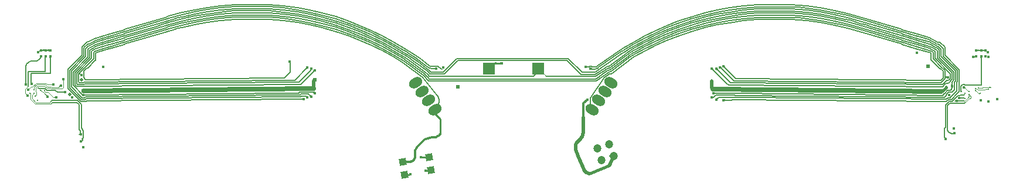
<source format=gbl>
%FSTAX23Y23*%
%MOIN*%
%SFA1B1*%

%IPPOS*%
%AMD51*
4,1,4,-0.006100,-0.029300,0.025400,0.015800,0.006100,0.029300,-0.025400,-0.015800,-0.006100,-0.029300,0.0*
1,1,0.055120,0.009700,-0.006800*
1,1,0.055120,-0.009700,0.006800*
%
%AMD52*
4,1,4,-0.025400,0.015800,0.006100,-0.029300,0.025400,-0.015800,-0.006100,0.029300,-0.025400,0.015800,0.0*
1,1,0.055120,-0.009700,-0.006800*
1,1,0.055120,0.009700,0.006800*
%
%AMD65*
4,1,4,-0.016100,-0.022600,0.022600,-0.016100,0.016100,0.022600,-0.022600,0.016100,-0.016100,-0.022600,0.0*
%
%ADD11C,0.010000*%
%ADD13C,0.006000*%
%ADD14C,0.008000*%
%ADD32C,0.018000*%
%ADD46C,0.014000*%
%ADD47C,0.020000*%
%ADD48C,0.004000*%
%ADD50C,0.047240*%
G04~CAMADD=51~3~0.0~0.0~551.2~787.4~0.0~0.0~0~0.0~0.0~0.0~0.0~0~0.0~0.0~0.0~0.0~0~0.0~0.0~0.0~235.0~740.0~682.0*
%ADD51D51*%
G04~CAMADD=52~3~0.0~0.0~551.2~787.4~0.0~0.0~0~0.0~0.0~0.0~0.0~0~0.0~0.0~0.0~0.0~0~0.0~0.0~0.0~125.0~740.0~682.0*
%ADD52D52*%
%ADD53C,0.016000*%
%ADD54C,0.008000*%
%ADD55C,0.024000*%
%ADD56C,0.020000*%
%ADD57C,0.012000*%
%ADD58C,0.013000*%
%ADD59C,0.016000*%
%ADD61C,0.025000*%
%ADD62C,0.018000*%
%ADD63R,0.017720X0.017720*%
%ADD64R,0.015750X0.017720*%
G04~CAMADD=65~10~0.0~393.7~0.0~0.0~0.0~0.0~0~0.0~0.0~0.0~0.0~0~0.0~0.0~0.0~0.0~0~0.0~0.0~0.0~189.5~393.7~0.0*
%ADD65D65*%
%ADD66R,0.068900X0.070870*%
%LNfront_flex-1*%
%LPD*%
G36*
X-02641Y00862D02*
X-02641Y00862D01*
X-02641Y00863*
X-02642Y00864*
X-02642Y00864*
X-02643Y00865*
X-02644Y00865*
X-02645Y00865*
X-02646Y00866*
X-02647Y00865*
X-02648Y00865*
X-02649Y00865*
X-0265Y00864*
X-0265Y00864*
X-02651Y00863*
X-02651Y00862*
X-02651Y00862*
Y00878*
X-02651Y00877*
X-02651Y00876*
X-0265Y00876*
X-0265Y00875*
X-02649Y00875*
X-02648Y00874*
X-02647Y00874*
X-02646Y00874*
X-02645Y00874*
X-02644Y00874*
X-02643Y00875*
X-02642Y00875*
X-02642Y00876*
X-02641Y00876*
X-02641Y00877*
X-02641Y00878*
Y00862*
G37*
G36*
X-02667D02*
X-02667Y00862D01*
X-02667Y00863*
X-02667Y00864*
X-02668Y00864*
X-02669Y00865*
X-02669Y00865*
X-02671Y00865*
X-02672Y00866*
X-02673Y00865*
X-02674Y00865*
X-02675Y00865*
X-02675Y00864*
X-02676Y00864*
X-02676Y00863*
X-02677Y00862*
X-02677Y00862*
Y00878*
X-02677Y00877*
X-02676Y00876*
X-02676Y00876*
X-02675Y00875*
X-02675Y00875*
X-02674Y00874*
X-02673Y00874*
X-02672Y00874*
X-02671Y00874*
X-02669Y00874*
X-02669Y00875*
X-02668Y00875*
X-02667Y00876*
X-02667Y00876*
X-02667Y00877*
X-02667Y00878*
Y00862*
G37*
G36*
X-02629Y00828D02*
X-02629Y00828D01*
X-0263Y00827*
X-0263Y00827*
X-0263Y00826*
X-0263Y00826*
X-02631Y00825*
X-02631Y00824*
X-02631Y00823*
X-02631Y00822*
X-02637*
X-02637Y00823*
X-02637Y00824*
X-02637Y00825*
X-02637Y00826*
X-02637Y00826*
X-02638Y00827*
X-02638Y00827*
X-02638Y00828*
X-02639Y00828*
X-02639Y00828*
X-02628*
X-02629Y00828*
G37*
G36*
X-02685D02*
X-02686Y00828D01*
X-02686Y00827*
X-02687Y00827*
X-02687Y00826*
X-02688Y00826*
X-02689Y00825*
X-02689Y00824*
X-0269Y00822*
X-02696Y00825*
X-02694Y00828*
X-02685Y00828*
X-02685Y00828*
G37*
G36*
X-02657Y00828D02*
X-02658Y00828D01*
X-02658Y00827*
X-02659Y00827*
X-02659Y00826*
X-02659Y00826*
X-02659Y00825*
X-02659Y00824*
X-0266Y00823*
X-0266Y00822*
X-02666*
X-02666Y00823*
X-02666Y00826*
X-02666Y00827*
X-02666Y00827*
X-02666Y00827*
X-02666Y00828*
X-02667Y00828*
X-02657Y00828*
X-02657Y00828*
G37*
G36*
X-01267Y00798D02*
X-01267Y00798D01*
X-01267Y00798*
X-01268Y00797*
X-01268Y00797*
X-01268Y00796*
X-01268Y00795*
X-01268Y00794*
X-01268Y00793*
X-01274*
X-01274Y00794*
X-01274Y00795*
X-01274Y00796*
X-01274Y00796*
X-01274Y00797*
X-01275Y00797*
X-01275Y00797*
X-01275Y00797*
X-01275Y00797*
X-01267Y00798*
X-01267Y00798*
G37*
G36*
X-00446Y00761D02*
X-00447Y00761D01*
X-00447Y00762*
X-00447Y00762*
X-00448Y00763*
X-00448Y00763*
X-00449Y00763*
X-00449Y00763*
X-0045Y00764*
X-00451Y00764*
X-00452Y00764*
X-00449Y0077*
X-00448Y0077*
X-00447Y0077*
X-00446Y0077*
X-00444Y0077*
X-00444Y0077*
X-00443Y00771*
X-00442Y00771*
X-00446Y00761*
G37*
G36*
X-01172Y00763D02*
X-01173Y00763D01*
X-01173Y00763*
X-01174Y00763*
X-01175Y00763*
X-01175Y00763*
X-01176Y00762*
X-01177Y00762*
X-01177Y00761*
X-01178Y00761*
X-01178Y0076*
X-01183Y00765*
X-01182Y00765*
X-01182Y00766*
X-01181Y00766*
X-01181Y00767*
X-0118Y00768*
X-0118Y00768*
X-0118Y00769*
X-0118Y0077*
X-0118Y0077*
X-0118Y00771*
X-01172Y00763*
G37*
G36*
X-01149Y00759D02*
X-01149Y00759D01*
X-01149Y00759*
X-01149Y00759*
X-01149Y00758*
X-01149Y00758*
X-0115Y00758*
X-0115Y00757*
X-0115Y00756*
X-0115Y00756*
X-01156*
X-01156Y00756*
X-01156Y0076*
X-01156Y0076*
X-01156Y0076*
X-01156Y0076*
X-01149Y00759*
G37*
G36*
X-01129Y00749D02*
X-0113Y00749D01*
X-01131Y00749*
X-01132Y00749*
X-01132Y00749*
X-01133Y00748*
X-01133Y00748*
X-01134Y00748*
X-01135Y00747*
X-01135Y00747*
X-01136Y00746*
X-0114Y00751*
X-0114Y00751*
X-01139Y00752*
X-01139Y00752*
X-01138Y00753*
X-01138Y00754*
X-01138Y00754*
X-01138Y00755*
X-01137Y00756*
X-01137Y00756*
X-01137Y00757*
X-01129Y00749*
G37*
G36*
X-02464Y00741D02*
X-02464Y00741D01*
X-02465Y0074*
X-02465Y00739*
X-02465Y00739*
X-02465Y00739*
X-02465Y00738*
X-02465Y00738*
X-02465Y00738*
X-02464Y00738*
X-02465Y00732*
X-02467Y00732*
X-02468Y00732*
X-02468Y00731*
X-02469Y00731*
X-0247Y0073*
X-0247Y0073*
X-02471Y00729*
X-02471Y00728*
X-02471Y00727*
X-02471Y00726*
X-02474Y00735*
X-02463Y00742*
X-02464Y00741*
G37*
G36*
X-0277Y00687D02*
X-02769Y00686D01*
X-02769Y00686*
X-02769Y00685*
X-02769Y00684*
X-02769Y00684*
X-02768Y00683*
X-02768Y00683*
X-02767Y00682*
X-02767Y00682*
X-02778*
X-02778Y00682*
X-02777Y00683*
X-02777Y00683*
X-02777Y00684*
X-02776Y00684*
X-02776Y00685*
X-02776Y00686*
X-02776Y00686*
X-02776Y00687*
X-02776Y00688*
X-0277*
X-0277Y00687*
G37*
G36*
X-02741Y0069D02*
X-0274Y00689D01*
X-0274Y00688*
X-0274Y00688*
X-0274Y00687*
X-0274Y00687*
X-02739Y00686*
X-02739Y00686*
X-02738Y00686*
X-02738Y00685*
X-02747Y0068*
X-02747Y00681*
X-02747Y00681*
X-02747Y00682*
X-02747Y00683*
X-02747Y00685*
X-02747Y00686*
X-02741Y0069*
X-02741Y0069*
G37*
G36*
X-02619Y00669D02*
X-0262Y00669D01*
X-02622Y0067*
X-02623Y00671*
X-02624Y00671*
X-02625Y00672*
X-02626Y00672*
X-02626Y00672*
X-02627Y00672*
X-02628Y00676*
X-02627Y00676*
X-02626Y00676*
X-02626Y00676*
X-02625Y00676*
X-02624Y00677*
X-02624Y00677*
X-02623Y00678*
X-02623Y00678*
X-02622Y00679*
X-02621Y0068*
X-02619Y00669*
G37*
G36*
X-02575Y00661D02*
X-02576Y00661D01*
X-02577Y00661*
X-02578Y00661*
X-02579Y00661*
X-02579Y00661*
X-0258Y00661*
X-02581Y00661*
X-02581Y0066*
X-02582Y0066*
X-02582Y00659*
X-02585Y00662*
X-02585Y00663*
X-02584Y00663*
X-02584Y00664*
X-02583Y00665*
X-02583Y00666*
X-02582Y00666*
X-02582Y00668*
X-02582Y00669*
X-02581Y0067*
X-02575Y00661*
G37*
G36*
X-02758Y00664D02*
X-02759Y00664D01*
X-02759Y00664*
X-02759Y00664*
X-0276Y00663*
X-02762Y00661*
X-02765Y00663*
X-02762Y00667*
X-02758Y00664*
G37*
G36*
X-027Y00656D02*
X-027Y00657D01*
X-027Y00657*
X-027Y00657*
X-02699Y00656*
X-02699Y00656*
X-02699Y00656*
X-02699Y00656*
Y00656*
X-02697Y00654*
X-027Y00651*
X-027Y00651*
X-027Y00651*
X-02701Y00651*
X-02701Y00652*
X-02702Y00652*
X-02702Y00652*
X-02702Y00653*
X-02702Y00653*
X-02703Y00653*
X-02703Y00653*
X-02703Y00653*
X-02703Y00653*
X-02704Y00653*
X-02703Y00654*
X-02704Y00654*
X-02701Y00657*
X-027Y00656*
G37*
G36*
X-02723Y00652D02*
X-02723Y00651D01*
X-02723Y00651*
X-02723Y00651*
X-02723Y00651*
X-02722Y0065*
X-02722Y0065*
X-02722Y0065*
X-02722Y0065*
X-02728*
X-02727Y0065*
X-02727Y0065*
X-02727Y0065*
X-02727Y00651*
X-02727Y00651*
X-02727Y00651*
X-02727Y00651*
X-02727Y00652*
X-02727Y00653*
X-02723*
X-02723Y00652*
G37*
G36*
X-0275Y00651D02*
X-02751Y00651D01*
X-02751Y0065*
X-02751Y0065*
X-02752Y00649*
X-02752Y00648*
X-02752Y00647*
X-02752Y00647*
X-02753Y00646*
X-02753Y00645*
X-02753Y00644*
X-02761Y00652*
X-0276Y00652*
X-02758Y00652*
X-02757Y00652*
X-02756Y00652*
X-02755Y00653*
X-02755Y00653*
X-02754Y00653*
X-02754Y00654*
X-02753Y00654*
X-0275Y00651*
G37*
G36*
X-02684Y00642D02*
X-02684Y00642D01*
X-02684Y00642*
X-02684Y00642*
X-02683Y00641*
X-02683Y00641*
X-02682Y0064*
X-02684Y00636*
X-02684Y00637*
X-02685Y00637*
X-02685Y00637*
X-02685Y00637*
X-02685Y00637*
X-02686Y00637*
X-02686Y00638*
X-02686Y00638*
X-02686Y00638*
X-02687Y00637*
X-02684Y00642*
X-02684Y00642*
G37*
G36*
X-02554Y00627D02*
X-02555Y00628D01*
X-02555Y00628*
X-02556Y00628*
X-02557Y00629*
X-02557Y00629*
X-02558Y00629*
X-02559Y00629*
X-02559Y0063*
X-0256Y0063*
X-02561Y0063*
Y00636*
X-0256Y00636*
X-02559Y00636*
X-02559Y00636*
X-02558Y00636*
X-02557Y00636*
X-02557Y00637*
X-02556Y00637*
X-02555Y00637*
X-02555Y00638*
X-02554Y00638*
Y00627*
G37*
G36*
X-01131Y00634D02*
X-01138Y00626D01*
X-01138Y00627*
X-01138Y00627*
X-01138Y00628*
X-01138Y00628*
X-01139Y00628*
X-01139Y00629*
X-0114Y00629*
X-0114Y00629*
X-01141Y00629*
X-01142Y00629*
X-0114Y00635*
X-01131Y00634*
G37*
G36*
X-02726Y00622D02*
X-02726Y00622D01*
X-02727Y00622*
X-02727Y00622*
X-02727Y00622*
X-02727Y00622*
X-02728Y00622*
X-02728Y00621*
X-02728Y00621*
X-02729Y00621*
X-02729Y00621*
X-0273Y00625*
X-0273Y00625*
X-02729Y00627*
X-02729Y00627*
X-02729Y00627*
X-02729Y00627*
X-02726Y00622*
G37*
G36*
X-0244Y0062D02*
X-0244Y0062D01*
X-02439Y0062*
X-02437Y0062*
X-02435*
Y00614*
X-02436Y00614*
X-02437Y00614*
X-02438Y00613*
X-02438Y00613*
X-02438Y00613*
X-02438Y00613*
X-02438Y00613*
X-0244Y0062*
X-0244Y0062*
G37*
G36*
X-02453Y00624D02*
X-02453Y00624D01*
X-02452Y00623*
X-02452Y00623*
X-02451Y00623*
X-0245Y00622*
X-0245Y00622*
X-02449Y00622*
X-02448Y00622*
X-02448Y00622*
X-02454Y00613*
X-02454Y00614*
X-02454Y00614*
X-02454Y00615*
X-02455Y00616*
X-02455Y00616*
X-02455Y00617*
X-02456Y00618*
X-02456Y00618*
X-02457Y00619*
X-02457Y00619*
X-02454Y00625*
X-02453Y00624*
G37*
G36*
X-02769Y00622D02*
X-02768Y00621D01*
X-02767Y00621*
X-02767Y00621*
X-02766Y0062*
X-02765Y0062*
X-02764Y0062*
X-02764Y0062*
X-02763Y0062*
X-02762Y0062*
X-0277Y00612*
X-0277Y00613*
X-0277Y00615*
X-0277Y00615*
X-0277Y00616*
X-0277Y00617*
X-02771Y00618*
X-02771Y00618*
X-02771Y00619*
X-02772Y00619*
X-02769Y00622*
X-02769Y00622*
G37*
G36*
X-02714Y00613D02*
X-02714Y00612D01*
X-02715Y00612*
X-02715Y00611*
X-02715Y00611*
X-02715Y00611*
X-02715Y00611*
X-02715Y0061*
X-02715Y0061*
X-02715Y0061*
X-02719Y00614*
X-02719Y00614*
X-02719Y00614*
X-02719Y00614*
X-02718Y00614*
X-02718Y00614*
X-02718Y00614*
X-02718Y00615*
X-02717Y00615*
X-02717Y00615*
X-02714Y00613*
G37*
G36*
X-02656Y00616D02*
X-02655Y00615D01*
X-02654Y00615*
X-02654Y00615*
X-02653Y00614*
X-02652Y00614*
X-02651Y00614*
X-02651Y00614*
X-0265Y00614*
X-02649Y00614*
X-02657Y00606*
X-02657Y00607*
X-02657Y00609*
X-02657Y00609*
X-02657Y0061*
X-02657Y00611*
X-02658Y00612*
X-02658Y00612*
X-02658Y00613*
X-02659Y00613*
X-02656Y00616*
X-02656Y00616*
G37*
G36*
X-01156Y00616D02*
X-01156Y00616D01*
X-01155Y00615*
X-01155Y00615*
X-01154Y00615*
X-01153Y00615*
X-01153Y00614*
X-01152Y00614*
X-01152Y00615*
X-01151Y00615*
X-01157Y00605*
X-01157Y00606*
X-01157Y00606*
X-01157Y00607*
X-01158Y00608*
X-01158Y00608*
X-01158Y00609*
X-01159Y0061*
X-01159Y0061*
X-0116Y00611*
X-0116Y00611*
X-01157Y00617*
X-01156Y00616*
G37*
G36*
X-01178Y0061D02*
X-01177Y00609D01*
X-01176Y00609*
X-01176Y00608*
X-01176Y00608*
X-01176Y00608*
X-01176Y00608*
X-0118Y00603*
X-0118Y00603*
X-0118Y00603*
X-0118Y00603*
X-0118Y00604*
X-01183Y00606*
X-01178Y0061*
X-01178Y0061*
G37*
G36*
X-02603Y00596D02*
X-02604Y00597D01*
X-02605Y00598*
X-02606Y00599*
X-02607Y00599*
X-02608Y00599*
X-02608Y006*
X-02609Y006*
X-0261Y006*
X-0261Y006*
Y00604*
X-0261Y00604*
X-02609Y00604*
X-02608Y00604*
X-02608Y00605*
X-02607Y00605*
X-02606Y00605*
X-02605Y00606*
X-02605Y00606*
X-02604Y00607*
X-02603Y00608*
Y00596*
G37*
G36*
X-01197Y00587D02*
X-01197Y00587D01*
X-01198Y00588*
X-01199Y00588*
X-01199Y00588*
X-012Y00589*
X-012Y00589*
X-01201Y00589*
X-01202Y00589*
X-01203Y00589*
X-01203Y00589*
X-01204Y00595*
X-01203Y00595*
X-01202Y00595*
X-01202Y00596*
X-01201Y00596*
X-012Y00596*
X-012Y00596*
X-01199Y00597*
X-01199Y00597*
X-01198Y00598*
X-01198Y00598*
X-01197Y00587*
G37*
G36*
X-02625Y00581D02*
X-02626Y00581D01*
X-02626Y00581*
X-02626Y0058*
X-02627Y0058*
X-02629Y00577*
X-02632Y0058*
X-02629Y00584*
X-02625Y00581*
G37*
G36*
X-02621Y0057D02*
X-02622Y0057D01*
X-02622Y0057*
X-02622Y00569*
X-02623Y00569*
X-02625Y00566*
X-02628Y00569*
X-02625Y00573*
X-02621Y0057*
G37*
G36*
X-0246Y00404D02*
X-0246Y00403D01*
X-0246Y00403*
X-0246Y00402*
X-0246Y00401*
X-02459Y00401*
X-02459Y004*
X-02458Y004*
X-02458Y004*
X-02457Y00399*
X-02468Y00396*
X-02468Y00396*
X-02467Y00398*
X-02467Y00398*
X-02467Y004*
X-02467Y004*
X-02466Y00402*
X-02466Y00403*
X-0246Y00405*
X-0246Y00404*
G37*
G36*
X-02448Y00356D02*
X-02449Y00356D01*
X-0245Y00354*
X-0245Y00354*
X-0245Y00353*
Y00353*
X-02455Y00358*
X-02455Y00358*
X-02455Y00358*
X-02455Y00358*
X-02454Y00359*
X-02454Y00359*
X-02454Y00359*
X-02452Y0036*
X-02448Y00356*
G37*
G36*
X-00072Y00791D02*
X-00072Y00792D01*
X-00072Y00792*
X-00073Y00792*
X-00073Y00792*
X-00074Y00792*
X-00075Y00792*
X-00076Y00792*
X-00077Y00792*
X-00076Y00802*
X-00075*
X-00071Y00802*
X-00071Y00803*
X-00071Y00803*
X-00072Y00791*
G37*
G36*
X-00106Y00802D02*
X-00106Y00802D01*
X-00105Y00802*
X-00101Y00802*
X-00096Y00802*
Y00792*
X-00098Y00792*
X-001Y00792*
X-00101Y00792*
X-00102Y00791*
X-00103Y00791*
X-00104Y0079*
X-00105Y0079*
X-00106Y00789*
X-00106Y00788*
X-00106Y00787*
X-00106Y00802*
X-00106Y00802*
G37*
G36*
X01203Y00779D02*
X01203Y00778D01*
X01203Y00777*
X01203Y00777*
X01203Y00776*
X01204Y00776*
X01204Y00775*
X01204Y00774*
X01205Y00774*
X01205Y00773*
X01201Y00769*
X01201Y00769*
X012Y0077*
X01199Y0077*
X01199Y00771*
X01198Y00771*
X01198Y00771*
X01197Y00771*
X01196Y00772*
X01195Y00772*
X01195Y00772*
X01203Y0078*
X01203Y00779*
G37*
G36*
X01182Y00774D02*
X01183Y00774D01*
X01183Y00773*
X01184Y00772*
X01185Y0077*
X01188Y00768*
X01184Y00763*
X01184Y00763*
X01183Y00764*
X01183Y00764*
X01182Y00764*
X01181Y00765*
X01181Y00765*
X0118Y00765*
X0118Y00765*
X01179Y00764*
X01179Y00764*
X01182Y00775*
X01182Y00774*
G37*
G36*
X00143Y00766D02*
X00143Y00766D01*
X00144Y00766*
X00144Y00765*
X00147Y00763*
X00144Y0076*
X0014Y00763*
X00143Y00766*
X00143Y00766*
G37*
G36*
X00445Y00769D02*
X00446Y00768D01*
X00446Y00768*
X00447Y00768*
X00447Y00767*
X00448Y00767*
X00449Y00767*
X00449Y00767*
X0045Y00767*
X00451Y00766*
X00451Y0076*
X0045Y0076*
X00448Y0076*
X00447Y0076*
X00446Y0076*
X00445Y0076*
X00445Y00759*
X00444Y00759*
X00443Y00759*
X00443Y00758*
X00445Y00769*
X00445Y00769*
G37*
G36*
X01136Y00765D02*
X01136Y00764D01*
X01136Y00764*
X01136Y00763*
X01137Y00762*
X01137Y00762*
X01137Y00761*
X01138Y00761*
X01138Y0076*
X01139Y00759*
X01134Y00755*
X01134Y00756*
X01133Y00756*
X01132Y00757*
X01132Y00757*
X01131Y00758*
X01131Y00758*
X0113Y00758*
X01129Y00758*
X01128Y00758*
X01128Y00758*
X01136Y00766*
X01136Y00765*
G37*
G36*
X01163Y00765D02*
X01163Y00764D01*
X01163Y00763*
X01163Y00763*
X01163Y00762*
X01163Y00761*
X01164Y00761*
X01164Y0076*
X01165Y0076*
X01165Y00759*
X01161Y00755*
X0116Y00755*
X0116Y00756*
X01159Y00756*
X01159Y00757*
X01158Y00757*
X01157Y00757*
X01157Y00757*
X01156Y00757*
X01155Y00757*
X01155Y00758*
X01163Y00765*
X01163Y00765*
G37*
G36*
X00132Y00732D02*
X00131Y00732D01*
X0013Y00732*
X00129Y00731*
X00128Y00731*
X00127Y0073*
X00127Y0073*
X00126Y00729*
X00125Y00728*
X00124Y00728*
X00115*
X00116Y00728*
X00117Y00729*
X00117Y0073*
X00118Y0073*
X00118Y00731*
X00118Y00731*
X00117Y00732*
X00117Y00732*
X00116Y00732*
X00115Y00732*
X00132*
X00132Y00732*
G37*
G36*
X00187Y00724D02*
X00184Y00721D01*
X00184Y00721*
X00184Y00721*
X00184Y00721*
X00183Y00722*
X00181Y00725*
X00184Y00728*
X00187Y00724*
G37*
G36*
X02456Y00725D02*
X02456Y00724D01*
X02457Y00723*
X02457Y00722*
X02458Y00722*
X02458Y00721*
X02459Y00721*
X0246Y0072*
X0246Y0072*
X0246Y0072*
X02461Y00721*
X02462Y00721*
X02463Y00721*
X02463Y00721*
X02464Y00722*
X02464Y00722*
X02465Y00722*
X02463Y00711*
X02463Y00712*
X02463Y00712*
X02462Y00713*
X02461Y00713*
X02461Y00713*
X0246Y00714*
X0246Y00714*
X02459Y00714*
X02458Y00714*
X02457Y00714*
X02458Y00719*
X02453Y00717*
X02456Y00726*
X02456Y00725*
G37*
G36*
X02496Y00679D02*
X02496Y00678D01*
X02496Y00677*
X02496Y00677*
X02497Y00676*
X02497Y00675*
X02497Y00675*
X02498Y00674*
X02498Y00674*
X02498Y00673*
X02487*
X02488Y00674*
X02488Y00674*
X02489Y00675*
X02489Y00675*
X02489Y00676*
X02489Y00677*
X0249Y00677*
X0249Y00678*
X0249Y00679*
X0249Y00679*
X02496*
X02496Y00679*
G37*
G36*
X01132Y00607D02*
X01132Y00607D01*
X01133Y00606*
X01133Y00606*
X01134Y00606*
X01135Y00606*
X01135Y00605*
X01136Y00605*
X01137Y00605*
X01138Y00605*
X01138Y00599*
X01137Y00599*
X01137Y00599*
X01136Y00599*
X01135Y00599*
X01135Y00599*
X01134Y00598*
X01134Y00598*
X01133Y00598*
X01133Y00597*
X01132Y00597*
X01131Y00607*
X01132Y00607*
G37*
G36*
X0254Y00604D02*
X0254Y00603D01*
X02541Y00603*
X02542Y00602*
X02542Y00602*
X02543Y00602*
X02544Y00602*
X02544Y00602*
X02545Y00601*
X02546Y00601*
Y00595*
X02545Y00595*
X02544Y00595*
X02544Y00595*
X02543Y00595*
X02542Y00595*
X02542Y00594*
X02541Y00594*
X0254Y00594*
X0254Y00593*
X02539Y00593*
Y00604*
X0254Y00604*
G37*
G36*
X01165Y00596D02*
X01165Y00596D01*
X01164Y00595*
X01164Y00595*
X01163Y00594*
X01163Y00593*
X01163Y00593*
X01163Y00592*
X01162Y00591*
X01162Y00591*
X01162Y0059*
X01154Y00598*
X01155Y00598*
X01156Y00598*
X01157Y00598*
X01157Y00598*
X01158Y00598*
X01158Y00599*
X01159Y00599*
X0116Y006*
X0116Y006*
X01161Y00601*
X01165Y00596*
G37*
G36*
X012Y00592D02*
X01201Y00592D01*
X01201Y00591*
X01202Y00591*
X01203Y00591*
X01203Y00591*
X01204Y0059*
X01205Y0059*
X01206Y0059*
X01206Y0059*
Y00584*
X01206Y00584*
X01205Y00584*
X01204Y00584*
X01203Y00584*
X01203Y00583*
X01202Y00583*
X01201Y00583*
X01201Y00582*
X012Y00582*
X012Y00581*
Y00593*
X012Y00592*
G37*
G36*
X02526Y00586D02*
X02527Y00586D01*
X02527Y00585*
X02528Y00585*
X02528Y00585*
X02529Y00584*
X0253Y00584*
X0253Y00584*
X02531Y00584*
X02532Y00584*
X0253Y00578*
X02529Y00578*
X02528Y00578*
X02527Y00578*
X02527Y00577*
X02526Y00577*
X02525Y00577*
X02525Y00577*
X02524Y00576*
X02523Y00576*
X02526Y00587*
X02526Y00586*
G37*
G36*
X-00422Y00568D02*
X-00422Y00567D01*
X-00422Y00566*
X-00422Y00565*
X-00422Y00564*
X-00422Y00563*
X-00422Y00563*
X-00422Y00562*
X-00421Y00561*
X-00421Y00561*
X-00421Y00561*
X-00432Y00566*
X-00431Y00566*
X-00431Y00566*
X-0043Y00566*
X-0043Y00566*
X-00429Y00566*
X-00429Y00567*
X-00428Y00568*
X-00428Y00569*
X-00428Y0057*
X-00427Y00571*
X-00422Y00568*
G37*
G36*
X02452Y00376D02*
X02453Y00375D01*
X02454Y00375*
X02454Y00375*
X02455Y00375*
X02455Y00374*
X02456Y00374*
X02456Y00374*
X02456Y00374*
X0245Y00368*
X0245Y00368*
X0245Y00368*
X0245Y00369*
X0245Y00369*
X02449Y0037*
X02449Y0037*
X02449Y00371*
X02448Y00372*
X02448Y00372*
X02447Y00373*
X02451Y00377*
X02452Y00376*
G37*
G36*
X02651Y00864D02*
X02651Y00864D01*
X02651Y00865*
X02651Y00865*
X0265Y00866*
X0265Y00866*
X02649Y00866*
X02648Y00867*
X02647Y00867*
X02646Y00867*
X02646Y00867*
X02646Y00867*
X02645Y00867*
X02644Y00867*
X02643Y00866*
X02643Y00866*
X02642Y00866*
X02642Y00865*
X02641Y00865*
X02641Y00864*
X02641Y00864*
Y00876*
X02641Y00875*
X02641Y00875*
X02642Y00874*
X02642Y00874*
X02643Y00874*
X02643Y00873*
X02644Y00873*
X02645Y00873*
X02646Y00873*
X02646*
X02646*
X02647Y00873*
X02648Y00873*
X02649Y00873*
X0265Y00874*
X0265Y00874*
X02651Y00874*
X02651Y00875*
X02651Y00875*
X02651Y00876*
Y00864*
G37*
G36*
X02677Y00864D02*
X02677Y00864D01*
X02677Y00865*
X02676Y00865*
X02676Y00866*
X02675Y00866*
X02675Y00866*
X02674Y00866*
X02673Y00867*
X02672Y00867*
X02672Y00867*
X02672Y00867*
X02671Y00867*
X0267Y00866*
X02669Y00866*
X02668Y00866*
X02668Y00866*
X02667Y00865*
X02667Y00865*
X02667Y00864*
X02667Y00864*
Y00876*
X02667Y00875*
X02667Y00875*
X02667Y00874*
X02668Y00874*
X02668Y00873*
X02669Y00873*
X0267Y00873*
X02671Y00873*
X02672Y00873*
X02672*
X02672*
X02673Y00873*
X02674Y00873*
X02675Y00873*
X02675Y00873*
X02676Y00874*
X02676Y00874*
X02677Y00875*
X02677Y00875*
X02677Y00876*
Y00864*
G37*
G36*
X02624Y00836D02*
X02624Y00836D01*
X02625Y00836*
X02626Y00836*
X02626Y00836*
X02627Y00836*
Y0083*
X02626Y0083*
X02626Y0083*
X02625Y0083*
X02624Y00829*
X02624Y00829*
X02624Y00828*
X02624Y00828*
X02623Y00828*
X02623Y00829*
X02623Y00829*
X02622Y00829*
X02622Y00828*
X02621Y00828*
X02621Y00827*
Y0083*
X02621Y0083*
X0262Y0083*
X02619Y0083*
X02618Y0083*
Y00836*
X02619Y00836*
X0262Y00836*
X02621Y00836*
Y00838*
X02621Y00838*
X02622Y00838*
X02622Y00837*
X02623Y00837*
X02623*
X02623Y00837*
X02623Y00838*
X02624Y00838*
X02624Y00839*
X02624Y00836*
G37*
G36*
X02664Y00828D02*
X02664Y00828D01*
X02663Y00827*
X02663Y00827*
X02663Y00826*
X02662Y00826*
X02662Y00825*
X02662Y00824*
X02662Y00823*
X02662Y00822*
X02656*
X02656Y00823*
X02656Y00824*
X02656Y00825*
X02655Y00826*
X02655Y00826*
X02655Y00827*
X02654Y00827*
X02654Y00828*
X02653Y00828*
X02653Y00828*
X02665*
X02664Y00828*
G37*
G36*
X02707Y00658D02*
X02707Y00658D01*
X02707Y00658*
X02707Y00658*
X02706Y00658*
X02706Y00658*
X02706Y00658*
X02705Y00658*
X02705Y00658*
X02704Y00658*
Y00662*
X02705*
X02705Y00662*
X02706Y00663*
X02706Y00663*
X02706Y00663*
X02707Y00663*
X02707Y00663*
X02707Y00663*
X02707Y00663*
Y00658*
G37*
G36*
X02647Y00657D02*
X02648Y00657D01*
X02648Y00656*
X02648Y00656*
X02648Y00656*
X02649Y00656*
X02649Y00656*
X02649Y00656*
X0265Y00656*
Y00652*
X0265Y00652*
X02649Y00652*
X02649Y00652*
X02648Y00652*
X02648Y00652*
X02648Y00652*
X02648Y00652*
X02647Y00651*
X02647Y00651*
Y00657*
X02647Y00657*
G37*
G36*
X02569Y0066D02*
X02569Y00658D01*
X02569Y00658*
X0257Y00656*
X0257Y00655*
X02571Y00655*
X02571Y00654*
X02571Y00654*
X02569Y0065*
X02569Y00651*
X02568Y00651*
X02567Y00652*
X02567Y00652*
X02566Y00652*
X02565Y00652*
X02565Y00652*
X02564Y00652*
X02563Y00652*
X02562Y00652*
X02568Y00661*
X02569Y0066*
G37*
G36*
X02634Y00652D02*
X02631Y00649D01*
X02631Y00649*
X02631Y0065*
X0263Y0065*
X0263Y0065*
X0263Y0065*
X0263Y0065*
X02629Y0065*
X02629Y0065*
X02629Y0065*
X0263Y00655*
X02634Y00652*
G37*
G36*
X02697Y00645D02*
X02697Y00645D01*
X02697Y00645*
X02696Y00646*
X02696Y00646*
X02696Y00646*
X02696Y00646*
X02695Y00646*
X02695Y00646*
X02694Y00646*
Y0065*
X02694Y0065*
X02695Y0065*
X02696Y0065*
X02696Y0065*
X02696Y0065*
X02696Y0065*
X02697Y0065*
X02697Y00651*
X02697Y00651*
Y00645*
G37*
G36*
X02631Y00642D02*
X02631Y00642D01*
X02631Y00641*
X02631Y00641*
X02631Y00641*
X02631Y00641*
X02632Y0064*
X02632Y00639*
X0263Y00636*
X0263Y00636*
X02629Y00637*
X02629Y00637*
X02629Y00637*
X02628Y00637*
X02628Y00637*
X02628Y00637*
X02628Y00637*
X02627Y00637*
X02631Y00642*
X02631Y00642*
G37*
G36*
X02585Y0064D02*
X02586Y00639D01*
X02586Y00639*
X02586Y00639*
X02587Y00639*
X02587Y00639*
X02587*
X02587Y00639*
X02587Y00639*
X02586Y00634*
X02583Y00637*
X02585Y0064*
X02585Y0064*
G37*
G36*
X0265Y00621D02*
X0265Y00622D01*
X0265Y00622*
X0265Y00622*
X02649Y00622*
X02649Y00622*
X02648Y00622*
X02648Y00622*
X02647*
Y00626*
X02648*
X02649Y00626*
X0265Y00626*
X0265Y00626*
X0265Y00626*
X0265Y00626*
Y00621*
G37*
G36*
X02568Y00622D02*
X02568Y00622D01*
X02568Y00622*
X02567Y00622*
X02567Y00622*
X02567Y00621*
X02567Y00621*
X02567Y00621*
X02567Y0062*
X02567Y0062*
X02567Y0062*
X02564Y00621*
X02566Y00618*
X02566Y00618*
X02563Y00615*
X02563Y00615*
X02563Y00615*
X0256Y00618*
X0256Y00618*
X0256Y00618*
X02561Y00618*
X02561Y00619*
X02562Y00619*
X02563Y00621*
X02563Y00621*
Y00622*
X02563Y00623*
X02563Y00623*
X02563Y00624*
X02563Y00624*
X02563Y00624*
X02568Y00622*
G37*
G36*
X02592Y00617D02*
X02592Y00617D01*
X02592Y00617*
X02592Y00617*
X02592Y00617*
X02592Y00616*
X02592Y00616*
X02592Y00616*
X02593Y00616*
X02593Y00616*
X0259Y00613*
X02587Y00617*
X02592Y00617*
X02592Y00617*
G37*
G36*
X0259Y006D02*
X02589Y006D01*
X02589Y006*
X02589Y006*
X02589Y006*
X02588Y006*
X02588Y006*
X02588Y006*
X02588Y00599*
X02587Y00599*
X02584Y00602*
X02584Y00602*
X02585Y00602*
X02585Y00603*
X02585Y00603*
X02585Y00603*
X02586Y00604*
X02586Y00604*
X02586Y00604*
X02586Y00604*
X0259Y006*
G37*
G54D11*
X-00478Y00184D02*
D01*
X-00478Y00184*
X-00477Y00184*
X-00476Y00184*
X-00475Y00184*
X-00474Y00185*
X-00473Y00185*
X-00472Y00185*
X-00471Y00186*
X-00471Y00186*
X-0047Y00187*
X-00469Y00188*
X-00469Y00188*
X-00588Y00166D02*
D01*
X-00588Y00166*
X-00588Y00166*
X-00588Y00166*
X-00588Y00166*
X-00588Y00166*
X-00589Y00166*
X-00589Y00166*
X-00589Y00166*
X-00589Y00166*
X-00589Y00166*
X-00589Y00166*
X-00589Y00166*
X-00596Y00163D02*
D01*
X-00595Y00163*
X-00595Y00163*
X-00594Y00163*
X-00593Y00163*
X-00593Y00163*
X-00592Y00164*
X-00591Y00164*
X-00591Y00164*
X-0059Y00165*
X-0059Y00165*
X-00589Y00166*
X-00589Y00166*
X-00483Y00261D02*
D01*
X-00483Y00261*
X-00483Y00261*
X-00483Y00261*
X-00482Y00261*
X-00482Y00261*
X-00482Y00262*
X-00482Y00262*
X-00482Y00262*
X-00482Y00262*
X-00482Y00262*
X-00481Y00262*
X-00481Y00262*
X-00562Y00256D02*
D01*
X-00562Y00258*
X-00561Y0026*
X-00561Y00262*
X-00561Y00263*
X-00561Y00264*
X-0256Y00704D02*
D01*
X-0256Y00703*
X-0256Y00702*
X-00447Y00509D02*
X-00436Y00499D01*
X-00417Y00392D02*
Y0048D01*
X-00447Y00509D02*
Y00532D01*
X-00436Y00499D02*
Y00499D01*
Y00499D02*
X-00417Y0048D01*
X-00498Y00184D02*
X-00478D01*
X-00588Y00166D02*
X-00587D01*
X-00619Y00163D02*
X-00596D01*
X-00525Y00261D02*
X-00483D01*
X-00561Y00291D02*
D01*
X-0256Y00704D02*
Y00706D01*
X-00066Y00797D02*
X-00066Y00797D01*
X-00111Y00797D02*
X-00066D01*
X-0014Y00768D02*
X-00111Y00797D01*
X-0014Y00767D02*
Y00768D01*
G54D13*
X00445Y00763D02*
D01*
X00445Y00763*
X00444Y00763*
X00444Y00763*
X00444Y00763*
X00443Y00763*
X00443Y00763*
X00442Y00763*
X00442Y00763*
X00442Y00762*
X00441Y00762*
X00441Y00762*
X00441Y00762*
X00465Y00763D02*
D01*
X00466Y00764*
X00468Y00764*
X0047Y00764*
X00472Y00764*
X00473Y00765*
X00475Y00766*
X00476Y00766*
X00478Y00767*
X00479Y00768*
X00481Y00769*
X00482Y00771*
X00482Y00771*
X00555Y00737D02*
D01*
X00553Y00737*
X00551Y00737*
X00549Y00737*
X00548Y00736*
X00546Y00736*
X00545Y00735*
X00543Y00734*
X00541Y00734*
X0054Y00733*
X00539Y00732*
X00537Y0073*
X00537Y0073*
X-02471Y0043D02*
D01*
X-02471Y00428*
X-02471Y00427*
X-0247Y00425*
X-0247Y00423*
X-02469Y00422*
X-02469Y0042*
X-02468Y00418*
X-02467Y00417*
X-02466Y00415*
X-02465Y00414*
X-02464Y00413*
X-02463Y00412*
X02452Y00427D02*
D01*
X02452Y00426*
X02451Y00426*
X02451Y00425*
X0245Y00424*
X0245Y00423*
X02449Y00422*
X02449Y00422*
X02449Y00421*
X02449Y0042*
X02449Y00419*
X02449Y00418*
X02449Y00418*
X02452Y00427D02*
D01*
X02453Y00428*
X02454Y00428*
X02454Y00429*
X02454Y0043*
X02455Y00431*
X02455Y00432*
X02456Y00432*
X02456Y00433*
X02456Y00434*
X02456Y00435*
X02456Y00436*
X02456Y00436*
X02425Y00686D02*
D01*
X02426Y00686*
X02427Y00686*
X02428Y00686*
X02429Y00687*
X0243Y00687*
X0243Y00687*
X02431Y00688*
X02432Y00688*
X02433Y00688*
X02433Y00689*
X02434Y0069*
X02434Y0069*
X00554Y00749D02*
D01*
X00552Y00749*
X0055Y00748*
X00548Y00748*
X00546Y00748*
X00544Y00747*
X00542Y00746*
X0054Y00745*
X00539Y00744*
X00537Y00743*
X00535Y00742*
X00534Y00741*
X00534Y0074*
X02483Y00643D02*
D01*
X02484Y00643*
X02484Y00644*
X02484Y00644*
X02485Y00644*
X02485Y00644*
X02486Y00644*
X02486Y00644*
X02487Y00644*
X02487Y00645*
X02487Y00645*
X02488Y00645*
X02488Y00645*
D01*
X02488Y00646*
X02489Y00647*
X0249Y00648*
X02491Y00649*
X02491Y0065*
X02492Y00652*
X02492Y00653*
X02492Y00654*
X02493Y00655*
X02493Y00656*
X02493Y00658*
X02493Y00658*
X02469Y00642D02*
D01*
X02469Y00641*
X02469Y00641*
X02475Y00643D02*
D01*
X02474Y00643*
X02473Y00643*
X02473Y00643*
X02472Y00643*
X02472Y00643*
X02471Y00643*
X02471Y00642*
X0247Y00642*
X0247Y00642*
X02469Y00642*
X00544Y0078D02*
D01*
X00542Y0078*
X0054Y00779*
X00537Y00779*
X00535Y00778*
X00532Y00777*
X0053Y00777*
X00528Y00776*
X00526Y00774*
X00524Y00773*
X00522Y00771*
X0052Y0077*
X0052Y00769*
X02466Y00626D02*
D01*
X02465Y00625*
X02465Y00625*
X02465Y00624*
X02464Y00624*
X02464Y00623*
X02464Y00623*
X02464Y00622*
X02464Y00622*
X02464Y00621*
X02463Y00621*
X02463Y0062*
Y0062*
X02459Y00612D02*
D01*
X02459Y00613*
X0246Y00613*
X0246Y00613*
X0246Y00614*
X02461Y00615*
X02461Y00615*
X02461Y00616*
X02461Y00616*
X02461Y00617*
X02461Y00617*
X02462Y00618*
X02462Y00618*
X02459Y00612D02*
D01*
X02459Y00612*
X02459Y00612*
X02459Y00612*
X02459Y00612*
X02459Y00612*
X02459*
X02444Y00603D02*
D01*
X02445Y00603*
X02446Y00603*
X02447Y00603*
X02448Y00603*
X02449Y00603*
X02449Y00604*
X0245Y00604*
X02451Y00605*
X02452Y00605*
X02453Y00606*
X02453Y00606*
X02454Y00607*
X02479Y00632D02*
D01*
X02478Y00632*
X02477Y00632*
X02476Y00632*
X02476Y00632*
X02475Y00632*
X02474Y00631*
X02473Y00631*
D01*
X02473Y00631*
X02472Y00631*
X02472Y00631*
X02472Y00631*
X02471Y00631*
X02471Y0063*
X02471Y0063*
X0247Y0063*
X0247Y0063*
X0247Y0063*
X0247Y00629*
X0247Y00629*
X02466Y00626D02*
D01*
X02466Y00626*
X02466Y00626*
X02466Y00626*
X02466Y00626*
X02466Y00626*
X02466Y00626*
X02434Y00662D02*
D01*
X02434*
X02434*
X02434*
X02434Y00662*
X02434Y00662*
X02434Y00662*
X02482Y00692D02*
D01*
X02482Y00692*
X02483Y00692*
X02483Y00693*
X02483Y00693*
X02483Y00694*
X02483Y00694*
X02484Y00694*
X02484Y00694*
X02465Y00682D02*
D01*
X02466Y00682*
X02467Y00682*
X02468Y00682*
X0247Y00682*
X02471Y00683*
X02472Y00683*
X02473Y00684*
X02474Y00684*
X02475Y00685*
X02476Y00686*
X02477Y00687*
X02477Y00687*
X02465Y00682D02*
D01*
X02464Y00682*
X02463Y00682*
X02462Y00682*
X02461Y00681*
X0246Y00681*
X02459Y00681*
X02458Y0068*
X02458Y0068*
X02457Y00679*
X02456Y00679*
X02455Y00678*
X02455Y00678*
X02434Y00662D02*
D01*
X02435Y00662*
X02436Y00662*
X02437Y00662*
X02438Y00663*
X02439Y00663*
X0244Y00663*
X0244Y00664*
X02441Y00664*
X02442Y00665*
X02443Y00665*
X02443Y00666*
X0247Y007D02*
D01*
X02471Y007*
X02472Y007*
X02473Y00701*
X02473Y00701*
X02474Y00701*
X02475Y00702*
X02476Y00702*
X02477Y00702*
X02478Y00703*
X02479Y00704*
X02479Y00704*
X0248Y00704*
X0247Y007D02*
D01*
X02469Y007*
X02468Y007*
X02467Y007*
X02466Y007*
X02465Y00699*
X02464Y00699*
X02463Y00699*
X02462Y00698*
X02461Y00698*
X0246Y00697*
X02459Y00696*
X02459Y00696*
X02434Y00674D02*
D01*
X02434Y00674*
X02435Y00674*
X02436Y00674*
X02436Y00674*
X02437Y00675*
X02437Y00675*
X02438Y00675*
X02438Y00675*
X02439Y00676*
X02439Y00676*
X0244Y00677*
X0244Y00677*
X00551Y00759D02*
D01*
X00549Y00759*
X00547Y00758*
X00544Y00758*
X00542Y00757*
X0054Y00757*
X00538Y00756*
X00536Y00755*
X00533Y00754*
X00531Y00752*
X0053Y00751*
X00528Y00749*
X00527Y00749*
X02466Y00427D02*
D01*
X02466Y00425*
X02466Y00424*
D01*
X02466Y00422*
X02467Y0042*
X02467Y00418*
X02468Y00416*
X02469Y00414*
X0247Y00412*
X02471Y00411*
X02472Y00409*
X02474Y00407*
X02475Y00406*
X02477Y00404*
X02478Y00403*
X0248Y00402*
X02482Y00401*
X02484Y004*
X02486Y00399*
X02488Y00398*
X0249Y00398*
X02492Y00397*
X02494Y00397*
X02496Y00397*
X02498Y00397*
X02499Y00397*
X-02442Y00716D02*
D01*
X-02442Y00716*
X-02441Y00715*
X-02441Y00714*
X-02441Y00713*
X-02441Y00713*
X-02441Y00712*
X-0244Y00711*
X-0244Y00711*
X-0244Y0071*
X-02439Y00709*
X-02439Y00709*
X-02438Y00709*
X-00423Y00586D02*
D01*
X-00423Y00589*
X-00424Y00592*
X-00424Y00594*
X-00425Y00597*
X-00426Y006*
X-00427Y00603*
X-00428Y00605*
X-0043Y00608*
X-00431Y0061*
X-00433Y00612*
X-00435Y00614*
X-00435Y00615*
X-00442Y00537D02*
D01*
X-00439Y0054*
X-00436Y00543*
X-00434Y00547*
X-00431Y00551*
X-00429Y00555*
X-00428Y00559*
X-00426Y00563*
X-00425Y00568*
X-00424Y00572*
X-00424Y00576*
X-00423Y00581*
X-00423Y00582*
X00548Y00769D02*
D01*
X00546Y00769*
X00543Y00769*
X00541Y00768*
X00538Y00768*
X00536Y00767*
X00534Y00766*
X00532Y00765*
X00529Y00764*
X00527Y00762*
X00525Y00761*
X00524Y00759*
X00523Y00759*
X02659Y00831D02*
D01*
X02659Y00831*
X02659Y00831*
X02659Y00831*
X02659Y00831*
X02659Y00831*
X02659Y00831*
X02659Y0083*
X02659Y0083*
X02659Y0083*
D01*
X02659Y0083*
X02659Y0083*
X02659Y0083*
X0263Y00833D02*
D01*
X0263Y00833*
X02631Y00833*
X02631Y00833*
X02631Y00833*
X02631Y00833*
X02632Y00833*
X02632Y00833*
X02632Y00833*
X02632Y00834*
X02633Y00834*
X02633Y00834*
X02633Y00834*
X-02694Y00823D02*
D01*
X-02693Y00823*
X-02693Y00824*
X-02692Y00825*
X-02692Y00825*
X-02692Y00826*
X-02692Y00826*
X-02691Y00827*
X-02691Y00828*
X-02691Y00828*
X-02691Y00829*
X-02691Y0083*
X-02691Y0083*
X-02716Y00809D02*
D01*
X-02714Y00809*
X-02712Y0081*
X-0271Y0081*
X-02708Y00811*
X-02707Y00812*
X-02705Y00813*
X-02703Y00814*
X-02702Y00815*
X-027Y00816*
X-027Y00817*
X-0272Y00809D02*
D01*
X-02718Y00809*
X-02716Y00809*
X-02768Y00791D02*
D01*
X-02769Y0079*
X-0277Y00789*
X-0277Y00789*
X-02771Y00788*
X-02771Y00787*
X-02772Y00786*
X-02772Y00785*
X-02772Y00784*
X-02772Y00783*
X-02772Y00782*
X-02772Y00781*
X-02772Y00781*
X-02738Y00809D02*
D01*
X-0274Y00809*
X-02742Y00808*
X-02744Y00808*
X-02746Y00808*
X-02748Y00807*
X-0275Y00806*
X-02752Y00805*
X-02754Y00804*
X-02756Y00803*
X-02757Y00802*
X-02759Y008*
X-02759Y008*
X-02456Y0044D02*
D01*
X-02456Y00438*
X-02456Y00435*
X-02456Y00433*
X-02455Y0043*
X-02454Y00428*
X-02453Y00426*
X-02452Y00423*
X-02451Y00421*
X-0245Y00419*
X-02448Y00417*
X-02446Y00415*
X-02446Y00415*
X-0245Y00364D02*
D01*
X-0245Y00364*
X-0245Y00364*
X-0245Y00364*
X-0245Y00364*
X-0245Y00364*
X-0245Y00364*
X-0245Y00365*
X-0245Y00365*
X-02451Y00365*
X-02451Y00365*
X-02451Y00365*
X-02451Y00365*
X00466Y00774D02*
D01*
X00467Y00774*
X00468Y00774*
X00468Y00774*
X00469Y00775*
X0047Y00775*
X00471Y00775*
X00472Y00776*
X00473Y00776*
X00473Y00777*
X00474Y00777*
X00475Y00778*
X00475Y00778*
X-01173Y006D02*
X-01172Y006D01*
X-01172*
X00436Y0052D02*
Y006D01*
X00441Y00762D02*
X00446D01*
X00445Y00763D02*
X00465D01*
X00482Y00771D02*
D01*
D01*
X00612Y00861*
X00555Y00737D02*
X00558D01*
X00516Y00716D02*
X00537Y0073D01*
X02456Y00436D02*
Y00559D01*
X02466Y00424D02*
Y00555D01*
X-02463Y00395D02*
Y00412D01*
X-02471Y0043D02*
Y00458D01*
X-02468Y00391D02*
X-02463Y00395D01*
X02449Y00388D02*
Y00418D01*
X00554Y00749D02*
X00555D01*
X0242Y00686D02*
X02425D01*
X00491Y0071D02*
X00534Y0074D01*
X02443Y00666D02*
X02455Y00678D01*
X0244Y00677D02*
X02459Y00696D01*
X02493Y00658D02*
Y00667D01*
Y0069*
X02508Y00646D02*
Y0069D01*
X02468Y00642D02*
X02469D01*
X02453Y00627D02*
X02468Y00642D01*
X02493Y00611D02*
X02521Y00639D01*
X02493Y00611D02*
Y00611D01*
X02485Y00603D02*
X02493Y00611D01*
X02485Y006D02*
Y00603D01*
X02475Y00643D02*
X02483D01*
X00544Y0078D02*
X00633Y00846D01*
X00517Y00766D02*
X0052Y00769D01*
X02441Y00613D02*
X02448Y00621D01*
X01266Y00624D02*
X02441Y00613D01*
X02448Y00621D02*
X0245D01*
X02462Y00618D02*
X02463Y0062D01*
X02459Y00612D02*
X02459Y00612D01*
X02454Y00607D02*
X02459Y00612D01*
X02422Y00603D02*
X02444D01*
X02479Y00632D02*
X02485D01*
X02468Y00628D02*
X0247Y00629D01*
X02466Y00626D02*
X02467Y00627D01*
X02466Y00626D02*
X02466D01*
X02485Y00632D02*
X02485Y00632D01*
X02495*
X02507Y00644*
Y00645*
X02508Y00646*
X02469Y006D02*
X02485D01*
X0246Y00591D02*
X02469Y006D01*
X02473Y0059D02*
X02489D01*
X02461Y00578D02*
X02473Y0059D01*
X02477Y0058D02*
X02494D01*
X02456Y00559D02*
X02477Y0058D01*
X02481Y0057D02*
X02511D01*
X02466Y00555D02*
X02481Y0057D01*
X02453Y00624D02*
Y00627D01*
X0245Y00621D02*
X02453Y00624D01*
X02565Y00568D02*
X02572Y00575D01*
X02513Y00568D02*
X02565D01*
X02511Y0057D02*
X02513Y00568D01*
X02494Y0058D02*
X02527Y00613D01*
X02435Y00578D02*
X02461D01*
X02485Y006D02*
X02485Y006D01*
X02489Y0059D02*
X02524Y00625D01*
X02566Y00595D02*
X02566D01*
X02534Y00637D02*
Y00689D01*
X02524Y00627D02*
X02534Y00637D01*
X02525Y00693D02*
Y00755D01*
X02521Y00689D02*
X02525Y00693D01*
X02521Y00639D02*
Y00689D01*
X02568Y00673D02*
X02659D01*
X02567Y00675D02*
X02568Y00673D01*
X02554Y00675D02*
X02567D01*
X02455Y00591D02*
X0246Y00591D01*
X02545Y00637D02*
X02547Y00636D01*
X02527Y00613D02*
X02538D01*
X02434Y00662D02*
X02434D01*
X02482Y00692D02*
D01*
X02477Y00687D02*
X02482Y00692D01*
X02477Y00687D02*
D01*
X02484Y00694D02*
X02495Y00706D01*
Y00741*
X01225Y00673D02*
X02434Y00662D01*
X0248Y00704D02*
X02485Y0071D01*
X01235Y00685D02*
X02434Y00674D01*
X00551Y00759D02*
X00655Y00837D01*
X00527Y00748D02*
X00527Y00749D01*
X01228Y00692D02*
X01235Y00685D01*
X02434Y0069D02*
X02453Y00708D01*
X01255Y00697D02*
X0242Y00686D01*
X02453Y00717D02*
X02453Y00717D01*
X02453Y00708D02*
Y00717D01*
X-02594Y00633D02*
X-02549D01*
X-02594Y00632D02*
X-02594Y00633D01*
X-02605Y00643D02*
X-02594Y00632D01*
X-02534Y00653D02*
X-02475Y00594D01*
X-02504Y00637D02*
X-02456Y00589D01*
X-02514Y00662D02*
X-02453Y006D01*
X-02504Y00671D02*
X-02448Y00615D01*
X-02482Y00573D02*
X-02471Y00561D01*
X-02479Y00584D02*
X-02461Y00565D01*
X-0246Y00579D02*
X-02444D01*
X-02475Y00594D02*
X-0246Y00579D01*
X-02456Y0059D02*
X-02436D01*
X-02456Y00589D02*
X-02456Y0059D01*
X-02452Y006D02*
X-0244D01*
X-02452Y006D02*
X-02452Y006D01*
X-02453Y006D02*
X-02452D01*
X-02446Y00615D02*
Y00615D01*
X-02626Y00584D02*
X-02479D01*
X-02622Y00573D02*
X-02482D01*
X02589Y0062D02*
X0259D01*
X02515Y00581D02*
X02563D01*
X02469Y00717D02*
X0247Y00716D01*
X02485Y0071D02*
Y00737D01*
X02538Y00613D02*
X02541Y00617D01*
X01138Y00624D02*
X01266D01*
X01262Y00613D02*
X01281D01*
X01262Y00614D02*
X01262Y00613D01*
X0115Y00614D02*
X01262D01*
X01138Y00602D02*
X0115Y00614D01*
X01248Y00601D02*
X013D01*
X01246Y00603D02*
X01248Y00601D01*
X01167Y00603D02*
X01246D01*
X01154Y0059D02*
X01167Y00603D01*
X01194Y00587D02*
X0124D01*
X-02438Y00709D02*
X-02433Y00703D01*
X-02442Y00716D02*
Y00736D01*
X-00423Y00582D02*
Y00586D01*
X-00435Y00615D02*
D01*
X-00515Y00715D02*
X-00435Y00615D01*
X-02444Y00738D02*
Y00751D01*
Y00738D02*
X-02442Y00736D01*
X-02444Y00751D02*
X-02426Y00769D01*
X-02433Y00703D02*
X-02426D01*
X-02438Y00664D02*
X-02437Y00666D01*
X-02443Y00674D02*
X-02439Y00678D01*
X-02447Y00684D02*
X-02441Y00689D01*
X-02462Y00684D02*
X-02447D01*
X-02466Y00674D02*
X-02443D01*
X-0247Y00664D02*
X-02438D01*
X-02484Y00665D02*
X-02471D01*
X-0248Y00675D02*
X-02467D01*
X-02471Y00665D02*
X-0247Y00664D01*
X-02467Y00675D02*
X-02466Y00674D01*
X-02463Y00685D02*
X-02462Y00684D01*
X-02469Y00685D02*
X-02463D01*
X-02474Y00691D02*
X-02469Y00685D01*
X-02474Y00691D02*
Y00735D01*
X-02484Y00679D02*
X-0248Y00675D01*
X-02484Y00679D02*
Y00739D01*
X00548Y00769D02*
X00632Y00833D01*
X00523Y00759D02*
D01*
X-02489Y00669D02*
X-02484Y00665D01*
X-02494Y00675D02*
X-02489Y00669D01*
X-02494Y00675D02*
Y00743D01*
X-0243Y00581D02*
X-0243D01*
X-02431Y0058D02*
X-0243Y00581D01*
X-02444Y0058D02*
X-02431D01*
X-02444Y00579D02*
X-02444Y0058D01*
X-02431Y00594D02*
X-02424D01*
X-02436Y0059D02*
X-02431Y00594D01*
X-02433Y00606D02*
X-02416D01*
X-0244Y006D02*
X-02433Y00606D01*
X-02446Y00615D02*
X-02444Y00617D01*
X-02504Y00671D02*
Y00747D01*
X-02439Y00678D02*
X-02436D01*
X-02654Y00643D02*
X-02605D01*
X-02663Y00652D02*
X-02654Y00643D01*
X02659Y0083D02*
Y00836D01*
X02659Y00807D02*
Y0083D01*
X02659Y00673D02*
Y00807D01*
X02659Y00807D02*
X02659Y00807D01*
X02615Y00833D02*
X0263D01*
X02636Y0087D02*
X02636Y0087D01*
X02659*
X02685Y0087D02*
X02685Y00869D01*
X02662Y0087D02*
X02685D01*
X02685Y00869D02*
X02685Y0087D01*
Y0087*
X-027Y00817D02*
X-02694Y00823D01*
X-0272Y00809D02*
X-02716D01*
X-02738D02*
X-0272D01*
Y00809D02*
Y00809D01*
X-02773Y00676D02*
Y00781D01*
X-02738Y00809D02*
Y00809D01*
X-02768Y00791D02*
X-02759Y008D01*
X-02659Y00832D02*
Y00836D01*
X-02663Y00749D02*
Y00832D01*
X-02663D02*
X-02663D01*
X-02634Y00739D02*
Y00823D01*
X-02634Y00822D02*
Y00836D01*
X-02632*
X02449Y00388D02*
X02449Y00388D01*
Y00375D02*
Y00388D01*
Y00375D02*
X02458Y00366D01*
X-02446Y00372D02*
Y00415D01*
X-02456Y0044D02*
Y00462D01*
X-0245Y00358D02*
Y00364D01*
X-02452Y00366D02*
X-02446Y00372D01*
X-02458Y00351D02*
X-0245Y00358D01*
X-02458Y00351D02*
X-02458D01*
X00475Y00778D02*
X00571Y00846D01*
X00475Y00778D02*
D01*
X00457Y00774D02*
X00466D01*
X-02692Y00652D02*
X-02663D01*
X-02694Y00651D02*
X-02692Y00652D01*
X-02697Y00651D02*
X-02694D01*
X00651Y0086D02*
X00659Y00866D01*
X00633Y00846D02*
X00638Y0085D01*
X00651Y0086*
X00667Y00883D02*
X00684Y00893D01*
X00658Y00878D02*
X00667Y00883D01*
X00652Y00873D02*
X00658Y00878D01*
X00629Y00859D02*
X00652Y00873D01*
X00616Y00851D02*
X00629Y00859D01*
X00664Y00869D02*
X00668Y00871D01*
X-00557Y00787D02*
X-00543Y00777D01*
X-00542Y00775D02*
X-00528Y00765D01*
X-00502Y00746*
X-02456Y00462D02*
Y0056D01*
X-02514Y00662D02*
Y00753D01*
X-02513Y00646D02*
D01*
X-02524Y00657D02*
X-02513Y00646D01*
X-02524Y00657D02*
Y00757D01*
X-01192Y00592D02*
X-01192Y00591D01*
X-02534Y00653D02*
Y00761D01*
X-02513Y00646D02*
X-02504Y00637D01*
X-00502Y00746D02*
X-00487Y00733D01*
X-00479Y00723*
X-00466Y00721*
X-00509Y00738D02*
X-00499Y00729D01*
X-00494Y00723*
X-00484Y00711*
X-00479Y00705*
X-00468Y00706*
X-00495Y00708D02*
X-00495Y00708D01*
X-00484Y00695*
X-00501Y00717D02*
X-00495Y00708D01*
X-00495Y00708*
X-0051Y00725D02*
X-00501Y00717D01*
X-00624Y00809D02*
X-0051Y00725D01*
X-00685Y00846D02*
X-00624Y00809D01*
X-00484Y00695D02*
X-00474Y00694D01*
X-00606Y00822D02*
X-00557Y00787D01*
X-00624Y00833D02*
X-00606Y00822D01*
X-00477Y00737D02*
X-00469Y00734D01*
X-00481Y00743D02*
X-00477Y00737D01*
X-00491Y00752D02*
X-00481Y00743D01*
X-00526Y00779D02*
X-00491Y00752D01*
X-0057Y0081D02*
X-00526Y00779D01*
X-00599Y00831D02*
X-0057Y0081D01*
X-00624Y00845D02*
X-00599Y00831D01*
X-00479Y00755D02*
X-00469Y00746D01*
X-00493Y00767D02*
X-00479Y00755D01*
X-00544Y00804D02*
X-00493Y00767D01*
X-00593Y00839D02*
X-00544Y00804D01*
X-00624Y00857D02*
X-00593Y00839D01*
X-00458Y00767D02*
X-00442Y00767D01*
X-00478Y00769D02*
X-00458Y00767D01*
X-00502Y00787D02*
X-00478Y00769D01*
X-00528Y00807D02*
X-00502Y00787D01*
X-00551Y00823D02*
X-00528Y00807D01*
X-00569Y00835D02*
X-00551Y00823D01*
X-00585Y00847D02*
X-00569Y00835D01*
X-00599Y00855D02*
X-00585Y00847D01*
X-00614Y00864D02*
X-00599Y00855D01*
X-00624Y00869D02*
X-00614Y00864D01*
X-00474Y00779D02*
X-00462Y00778D01*
X-00479Y00782D02*
X-00474Y00779D01*
X-005Y00798D02*
X-00479Y00782D01*
X-00534Y00824D02*
X-005Y00798D01*
X-0056Y00843D02*
X-00534Y00824D01*
X-00581Y00857D02*
X-0056Y00843D01*
X-00612Y00876D02*
X-00581Y00857D01*
X-00624Y00881D02*
X-00612Y00876D01*
X-0118Y00608D02*
X-01174Y00602D01*
X-01172*
X-0122Y00627D02*
Y00629D01*
X-01218Y00631*
X-02435Y00617D02*
X-01282Y00627D01*
X-01218Y00631D02*
X-01209Y00631D01*
X-01282Y00627D02*
X-0122D01*
X-01201Y00631D02*
X-01135Y00632D01*
X-01209Y00631D02*
X-01201Y00631D01*
X-01209D02*
X-01201D01*
X-02426Y00703D02*
X-01321Y00713D01*
X-01303D02*
X-01271Y00746D01*
X-01321Y00713D02*
X-01303D01*
X-02436Y00689D02*
X-01298Y007D01*
X-01243D02*
X-01172Y00771D01*
X-01298Y007D02*
X-01243D01*
X-0122Y00688D02*
X-01153Y00756D01*
X-01276Y00688D02*
X-0122D01*
X02425Y00917D02*
X02453Y00889D01*
X02412Y00917D02*
X02425D01*
X02453Y00841D02*
Y00889D01*
X00521Y00756D02*
X00523Y00759D01*
X-02437Y00666D02*
X-02429D01*
X-02441Y00689D02*
X-02436D01*
X-02475Y00594D02*
D01*
X-02534Y00761D02*
X-02452Y00843D01*
Y0089*
X-02424Y00918*
X-02415*
X-02384Y00936*
X-02296Y00962*
X-02424Y00594D02*
X-01235Y00605D01*
X-02444Y00617D02*
X-02435D01*
X-02471Y00461D02*
Y00561D01*
X-01235Y00605D02*
X-01234Y00607D01*
X-01209*
X-01208Y00608*
X-01236Y00592D02*
X-01192D01*
X-01213Y00617D02*
X-01208Y00621D01*
X-01275Y00617D02*
X-01213D01*
X-01219Y00677D02*
X-0121D01*
X-0243Y00581D02*
X-01236Y00592D01*
X-02429Y00666D02*
X-01219Y00677D01*
X-02416Y00606D02*
X-01275Y00617D01*
X-02436Y00678D02*
X-01276Y00688D01*
X0243Y007D02*
X02443Y00713D01*
X01264Y0071D02*
X0243Y007D01*
X01195Y0078D02*
X01264Y0071D01*
X01182Y00769D02*
X01255Y00697D01*
X0124Y00587D02*
X01242Y00589D01*
X013Y00601D02*
X02455Y00591D01*
X00659Y00866D02*
D01*
X01281Y00613D02*
X02422Y00603D01*
X-02743Y00678D02*
X-0274D01*
X-02744Y00677D02*
X-02743Y00678D01*
X02412Y00907D02*
X02414Y00904D01*
X02409Y00907D02*
X02411Y00906D01*
X02414Y00904D02*
X02415D01*
X02416Y00903*
X02419*
X02443Y00879*
Y00837D02*
Y00879D01*
Y00837D02*
X02525Y00755D01*
X02421Y00829D02*
X02505Y00745D01*
Y00702D02*
Y00745D01*
X02493Y0069D02*
X02505Y00702D01*
X02409Y00827D02*
X02495Y00741D01*
X02398Y00824D02*
X02485Y00737D01*
X02535Y00689D02*
Y00759D01*
X02534Y00689D02*
X02535Y00689D01*
X02453Y00841D02*
X02535Y00759D01*
X02292Y00951D02*
X0237Y00928D01*
X0239Y00916D02*
X02408Y00907D01*
X02372Y00927D02*
X0239Y00916D01*
X-0043Y00779D02*
X-00422Y00771D01*
X-00445Y00779D02*
X-0043D01*
X-00446Y00778D02*
X-00445Y00779D01*
X-00462Y00778D02*
X-00446D01*
X-02461Y00565D02*
X-02456Y0056D01*
X-02461Y00565D02*
Y00565D01*
X-00685Y00894D02*
X-00624Y00857D01*
X-00469Y00746D02*
X-00398D01*
X-00469Y00734D02*
X-00393Y00734D01*
X-00315Y00812*
X00481Y00756D02*
X005Y00771D01*
X00526Y00788*
X00608Y00846*
X00616Y00851*
X00659Y00866D02*
X00664Y00869D01*
X00668Y00871D02*
X00669Y00872D01*
X00684Y00881*
X00485Y00745D02*
X00511Y00763D01*
X00517Y00766*
X00667Y00859D02*
X00684Y00869D01*
X00661Y00854D02*
X00667Y00859D01*
X00654Y00849D02*
X00661Y00854D01*
X00632Y00833D02*
X00654Y00849D01*
X00498Y00742D02*
X00521Y00756D01*
X00673Y00851D02*
X00684Y00857D01*
X0067Y00848D02*
X00673Y00851D01*
X00664Y00844D02*
X0067Y00848D01*
X00655Y00837D02*
X00664Y00844D01*
X00508Y00734D02*
X00527Y00748D01*
X00486Y00719D02*
X00508Y00734D01*
X-00474Y00694D02*
X00469D01*
X00469Y00695*
X00491Y0071*
X00555Y00749D02*
X00654Y00824D01*
X00678Y00841*
X0068Y00842*
X00684Y00845*
X00436Y00599D02*
X00516Y00716D01*
X00558Y00737D02*
X00684Y00833D01*
X00465Y00746D02*
X00481Y00756D01*
X00464Y00745D02*
X00465Y00746D01*
X0039Y00745D02*
X00464D01*
X00384Y00732D02*
X00465D01*
X00485Y00745*
X00304Y00812D02*
X00384Y00732D01*
X00312Y00823D02*
X0039Y00745D01*
X-00167Y00823D02*
X00312D01*
X-00168Y00822D02*
X-00167Y00823D01*
X-00322Y00822D02*
X-00168D01*
X-00315Y00812D02*
X00304D01*
X0014Y00748D02*
Y00766D01*
X00113Y00721D02*
X0014Y00748D01*
X-00466Y00721D02*
X00113D01*
X00488Y00734D02*
X00498Y00742D01*
X00468Y00721D02*
X00488Y00734D01*
X-00468Y00706D02*
X00467D01*
X00486Y00719*
X00612Y00861D02*
X00618Y00864D01*
X00619Y00865*
X00624Y00869*
X-00617Y00817D02*
X-00509Y00738D01*
X-00624Y00821D02*
X-00617Y00817D01*
X-00633Y00803D02*
X-00515Y00715D01*
X-00436Y0052D02*
Y00531D01*
X01127Y00602D02*
X01138D01*
X01126Y00602D02*
X01127Y00602D01*
X01128Y00766D02*
X01212Y00682D01*
X01225Y00673*
X01128Y00766D02*
Y00766D01*
X01155Y00766D02*
X01228Y00692D01*
X01177Y00769D02*
X01182D01*
X01175Y00771D02*
X01177Y00769D01*
X-01208Y00608D02*
X-01198D01*
X-01198Y00608*
X-0118*
X-01166Y00622D02*
X-01152Y00607D01*
X-01166Y00622D02*
D01*
X-01208Y00621D02*
X-01166Y00622D01*
X-01135Y00632D02*
X-0113Y00627D01*
X-01135Y00632D02*
D01*
X-01172Y006D02*
Y00602D01*
X-02504Y00637D02*
D01*
X-02524Y00757D02*
X-02442Y0084D01*
Y00884*
X-0242Y00906*
X-02413*
X-02412Y00907*
X-02393Y00916*
X-02375Y00927*
X-02298Y0095*
X-02297Y0095*
X-01152Y00607D02*
X-01149D01*
X-0121Y00677D02*
X-01129Y00757D01*
X-01151Y00767D02*
X-0115Y00766D01*
Y00765D02*
Y00766D01*
X-01153Y00762D02*
X-0115Y00765D01*
X-01153Y00756D02*
Y00762D01*
X-01271Y00746D02*
Y00793D01*
X-01272Y00805D02*
X-01271Y00804D01*
Y00793D02*
Y00804D01*
Y00793D02*
X-01271Y00793D01*
X01242Y00589D02*
X02435Y00578D01*
X00187Y00721D02*
X00468D01*
X00448Y00777D02*
X00454D01*
X00444Y0078D02*
X00448Y00777D01*
X00432Y0078D02*
X00444D01*
X00429Y00777D02*
X00432Y0078D01*
X00418Y00777D02*
X00429D01*
X02545Y00666D02*
X02554Y00675D01*
X02545Y00637D02*
Y00666D01*
X-02375Y00811D02*
Y00853D01*
X-02426Y00769D02*
X-0242D01*
X-02378Y00811D02*
X-02375D01*
X-0242Y00769D02*
X-02378Y00811D01*
X-02474Y00735D02*
X-02387Y00823D01*
X-02398Y00826D02*
Y00864D01*
X-02484Y00739D02*
X-02398Y00826D01*
X-02409Y00829D02*
Y0087D01*
X-02494Y00743D02*
X-02409Y00829D01*
X-02421Y00831D02*
Y00874D01*
X-02504Y00747D02*
X-02421Y00831D01*
X-02432Y00836D02*
Y00878D01*
X-02514Y00753D02*
X-02432Y00836D01*
X-02386Y00823D02*
Y0086D01*
X-02387Y00823D02*
X-02386D01*
X-00436Y00531D02*
X-00415Y00553D01*
X02563Y00581D02*
X02565Y00583D01*
X02512Y00583D02*
X02515Y00581D01*
X02562Y00598D02*
X02566Y00595D01*
X02541Y00617D02*
X02554D01*
X02524Y00625D02*
Y00627D01*
X02556Y00615D02*
X0256D01*
X02554Y00617D02*
X02556Y00615D01*
X02535Y00598D02*
X02562D01*
X02508Y0069D02*
X02515Y00697D01*
Y00751*
X02421Y00829D02*
Y00872D01*
X02432Y00834D02*
X02515Y00751D01*
X02453Y00717D02*
Y00755D01*
Y00717D02*
X02469D01*
X00454Y00777D02*
X00457Y00774D01*
X-02474Y00735D02*
X-02464D01*
X-02459Y0073*
X-02432Y00878D02*
X-02415Y00895D01*
X-02412*
X-02421Y00874D02*
X-02412Y00883D01*
X-02409Y0087D02*
X-02404Y00875D01*
X-02398Y00864D02*
X-02393Y00868D01*
X-02386Y0086D02*
X-02375Y00867D01*
X-02296Y00878D02*
X-02212Y00903D01*
X-02027Y00959D02*
X-02004Y00966D01*
X-01909Y00994D02*
X-01884Y01D01*
X-00747Y00868D02*
X-00685Y00834D01*
X-01308Y01039D02*
X-01229Y01028D01*
X-01158Y01015*
X-01011Y00977D02*
X-00935Y00951D01*
X-00685Y00834D02*
X-00633Y00803D01*
X-01582Y01046D02*
X-0152Y01046D01*
X-01454Y01046*
X-00935Y00951D02*
X-00872Y00926D01*
X-02004Y00966D02*
X-01981Y00973D01*
X-01812Y01016D02*
X-01739Y01029D01*
X-01667Y01039*
X-02212Y00905D02*
X-02027Y00959D01*
X-01958Y0098D02*
X-01934Y00987D01*
X-01909Y00994*
X-01088Y00998D02*
X-01011Y00977D01*
X-02298Y00878D02*
X-02297Y00878D01*
X-02212Y00905D02*
X-02212Y00903D01*
X-01624Y01043D02*
X-01582Y01046D01*
X-01388Y01046D02*
X-01308Y01039D01*
X-0081Y00899D02*
X-00747Y00868D01*
X-01884Y01D02*
X-01812Y01016D01*
X-01158Y01015D02*
X-01088Y00998D01*
X-00872Y00926D02*
X-0081Y00899D01*
X-02375Y00855D02*
X-02298Y00878D01*
X-01981Y00973D02*
X-01958Y0098D01*
X-01667Y01039D02*
X-01624Y01043D01*
X-01454Y01046D02*
X-01388Y01046D01*
X-02296Y0089D02*
X-02212Y00915D01*
X-01909Y01006D02*
X-01884Y01012D01*
X-01454Y01058D02*
X-01388Y01058D01*
X-02027Y00971D02*
X-02004Y00978D01*
X-01158Y01027D02*
X-01088Y0101D01*
X-0081Y00911D02*
X-00747Y0088D01*
X-02212Y00917D02*
X-02212Y00915D01*
X-01884Y01012D02*
X-01812Y01028D01*
X-01667Y01051D02*
X-01624Y01055D01*
X-01388Y01058D02*
X-01308Y01051D01*
X-00872Y00938D02*
X-0081Y00911D01*
X-02298Y0089D02*
X-02297Y0089D01*
X-02212Y00917D02*
X-02027Y00971D01*
X-01958Y00992D02*
X-01934Y00999D01*
X-01624Y01055D02*
X-01582Y01058D01*
X-01088Y0101D02*
X-01011Y00989D01*
X-02004Y00978D02*
X-01981Y00985D01*
X-01934Y00999D02*
X-01909Y01006D01*
X-01812Y01028D02*
X-01739Y01041D01*
X-0152Y01058D02*
X-01454Y01058D01*
X-02375Y00867D02*
X-02298Y0089D01*
X-01739Y01041D02*
X-01667Y01051D01*
X-01582Y01058D02*
X-0152Y01058D01*
X-01229Y0104D02*
X-01158Y01027D01*
X-01011Y00989D02*
X-00935Y00963D01*
X-00872Y00938*
X-01981Y00985D02*
X-01958Y00992D01*
X-01308Y01051D02*
X-01229Y0104D01*
X-00747Y0088D02*
X-00685Y00846D01*
X-02212Y00929D02*
X-02027Y00983D01*
X-01958Y01004D02*
X-01934Y01011D01*
X-01884Y01024D02*
X-01812Y0104D01*
X-01158Y01039D02*
X-01088Y01022D01*
X-00872Y0095D02*
X-0081Y00923D01*
X-02298Y00902D02*
X-02297Y00902D01*
X-02004Y0099D02*
X-01981Y00997D01*
X-01934Y01011D02*
X-01909Y01018D01*
X-01624Y01067D02*
X-01582Y0107D01*
X-0152Y0107D02*
X-01454Y0107D01*
X-01582Y0107D02*
X-0152Y0107D01*
X-01088Y01022D02*
X-01011Y01001D01*
X-02393Y00868D02*
X-02375Y00879D01*
X-01812Y0104D02*
X-01739Y01053D01*
X-01667Y01063*
X-00685Y00858D02*
X-00624Y00821D01*
X-01981Y00997D02*
X-01958Y01004D01*
X-01229Y01052D02*
X-01158Y01039D01*
X-00935Y00975D02*
X-00872Y0095D01*
X-00747Y00892D02*
X-00685Y00858D01*
X-01909Y01018D02*
X-01884Y01024D01*
X-01454Y0107D02*
X-01388Y0107D01*
X-01308Y01063D02*
X-01229Y01052D01*
X-01011Y01001D02*
X-00935Y00975D01*
X-02296Y00902D02*
X-02212Y00927D01*
X-02027Y00983D02*
X-02004Y0099D01*
X-0081Y00923D02*
X-00747Y00892D01*
X-02375Y00879D02*
X-02298Y00902D01*
X-02212Y00929D02*
X-02212Y00927D01*
X-01667Y01063D02*
X-01624Y01067D01*
X-01388Y0107D02*
X-01308Y01063D01*
X-02393Y0088D02*
X-02375Y00891D01*
X-01981Y01009D02*
X-01958Y01016D01*
X-01812Y01052D02*
X-01739Y01065D01*
X-01667Y01075*
X-00747Y00904D02*
X-00685Y0087D01*
X-01454Y01082D02*
X-01388Y01082D01*
X-01229Y01064D02*
X-01158Y01051D01*
X-00935Y00987D02*
X-00872Y00962D01*
X-01909Y0103D02*
X-01884Y01036D01*
X-01308Y01075D02*
X-01229Y01064D01*
X-01011Y01013D02*
X-00935Y00987D01*
X-0081Y00935D02*
X-00747Y00904D01*
X-02296Y00914D02*
X-02212Y00939D01*
X-02212Y00941D02*
X-02212Y00939D01*
X-02027Y00995D02*
X-02004Y01002D01*
X-01388Y01082D02*
X-01308Y01075D01*
X-02375Y00891D02*
X-02298Y00914D01*
X-02212Y00941D02*
X-02027Y00995D01*
X-01958Y01016D02*
X-01934Y01023D01*
X-01667Y01075D02*
X-01624Y01079D01*
X-02004Y01002D02*
X-01981Y01009D01*
X-01934Y01023D02*
X-01909Y0103D01*
X-01884Y01036D02*
X-01812Y01052D01*
X-0152Y01082D02*
X-01454Y01082D01*
X-01158Y01051D02*
X-01088Y01034D01*
X-00872Y00962D02*
X-0081Y00935D01*
X-02404Y00875D02*
X-02393Y0088D01*
X-02298Y00914D02*
X-02297Y00914D01*
X-01624Y01079D02*
X-01582Y01082D01*
X-0152Y01082*
X-01088Y01034D02*
X-01011Y01013D01*
X-00685Y0087D02*
X-00624Y00833D01*
X-02296Y00962D02*
X-02212Y00987D01*
X-02027Y01043D02*
X-02004Y0105D01*
X-0081Y00983D02*
X-00747Y00952D01*
X-01909Y01078D02*
X-01884Y01084D01*
X-01454Y0113D02*
X-01388Y0113D01*
X-01308Y01123D02*
X-01229Y01112D01*
X-01011Y01061D02*
X-00935Y01035D01*
X-01981Y01057D02*
X-01958Y01064D01*
X-01229Y01112D02*
X-01158Y01099D01*
X-00935Y01035D02*
X-00872Y0101D01*
X-00747Y00952D02*
X-00685Y00918D01*
X-01812Y011D02*
X-01739Y01113D01*
X-01667Y01123*
X-00685Y00918D02*
X-00624Y00881D01*
X-01582Y0113D02*
X-0152Y0113D01*
X-01088Y01082D02*
X-01011Y01061D01*
X-02004Y0105D02*
X-01981Y01057D01*
X-01934Y01071D02*
X-01909Y01078D01*
X-01624Y01127D02*
X-01582Y0113D01*
X-0152Y0113D02*
X-01454Y0113D01*
X-02212Y00989D02*
X-02027Y01043D01*
X-01958Y01064D02*
X-01934Y01071D01*
X-01884Y01084D02*
X-01812Y011D01*
X-01158Y01099D02*
X-01088Y01082D01*
X-00872Y0101D02*
X-0081Y00983D01*
X-02212Y00989D02*
X-02212Y00987D01*
X-01667Y01123D02*
X-01624Y01127D01*
X-01388Y0113D02*
X-01308Y01123D01*
X-02004Y01038D02*
X-01981Y01045D01*
X-01812Y01088D02*
X-01739Y01101D01*
X-0152Y01118D02*
X-01454Y01118D01*
X-02212Y00977D02*
X-02027Y01031D01*
X-01934Y01059D02*
X-01909Y01066D01*
X-01088Y0107D02*
X-01011Y01049D01*
X-02212Y00977D02*
X-02212Y00975D01*
X-01958Y01052D02*
X-01934Y01059D01*
X-01884Y01072D02*
X-01812Y01088D01*
X-01624Y01115D02*
X-01582Y01118D01*
X-01388Y01118D02*
X-01308Y01111D01*
X-01667Y01111D02*
X-01624Y01115D01*
X-01158Y01087D02*
X-01088Y0107D01*
X-00872Y00998D02*
X-0081Y00971D01*
X-00747Y0094*
X-02027Y01031D02*
X-02004Y01038D01*
X-01454Y01118D02*
X-01388Y01118D01*
X-02296Y0095D02*
X-02212Y00975D01*
X-01981Y01045D02*
X-01958Y01052D01*
X-01909Y01066D02*
X-01884Y01072D01*
X-00747Y0094D02*
X-00685Y00906D01*
X-01308Y01111D02*
X-01229Y011D01*
X-01011Y01049D02*
X-00935Y01023D01*
X-00872Y00998*
X-00685Y00906D02*
X-00624Y00869D01*
X-01739Y01101D02*
X-01667Y01111D01*
X-01582Y01118D02*
X-0152Y01118D01*
X-01229Y011D02*
X-01158Y01087D01*
X-02375Y00915D02*
X-02298Y00938D01*
X-02027Y01019D02*
X-02004Y01026D01*
X-01454Y01106D02*
X-01388Y01106D01*
X-02296Y00938D02*
X-02212Y00963D01*
X-01981Y01033D02*
X-01958Y0104D01*
X-01909Y01054D02*
X-01884Y0106D01*
X-00747Y00928D02*
X-00685Y00894D01*
X-01308Y01099D02*
X-01229Y01088D01*
X-01011Y01037D02*
X-00935Y01011D01*
X-00872Y00986*
X-02393Y00904D02*
X-02375Y00915D01*
X-01739Y01089D02*
X-01667Y01099D01*
X-01582Y01106D02*
X-0152Y01106D01*
X-01229Y01088D02*
X-01158Y01075D01*
X-02412Y00895D02*
X-02393Y00904D01*
X-02004Y01026D02*
X-01981Y01033D01*
X-01812Y01076D02*
X-01739Y01089D01*
X-0152Y01106D02*
X-01454Y01106D01*
X-02298Y00938D02*
X-02297Y00938D01*
X-02212Y00965D02*
X-02027Y01019D01*
X-01934Y01047D02*
X-01909Y01054D01*
X-01624Y01103D02*
X-01582Y01106D01*
X-01088Y01058D02*
X-01011Y01037D01*
X-02212Y00965D02*
X-02212Y00963D01*
X-01958Y0104D02*
X-01934Y01047D01*
X-01884Y0106D02*
X-01812Y01076D01*
X-01667Y01099D02*
X-01624Y01103D01*
X-01388Y01106D02*
X-01308Y01099D01*
X-00872Y00986D02*
X-0081Y00959D01*
X-01158Y01075D02*
X-01088Y01058D01*
X-0081Y00959D02*
X-00747Y00928D01*
X-02212Y00953D02*
X-02212Y00951D01*
X-01958Y01028D02*
X-01934Y01035D01*
X-01884Y01048D02*
X-01812Y01064D01*
X-01624Y01091D02*
X-01582Y01094D01*
X-01388Y01094D02*
X-01308Y01087D01*
X-02412Y00883D02*
X-02393Y00892D01*
X-02298Y00926D02*
X-02297Y00926D01*
X-02212Y00953D02*
X-02027Y01007D01*
X-01934Y01035D02*
X-01909Y01042D01*
X-01088Y01046D02*
X-01011Y01025D01*
X-02004Y01014D02*
X-01981Y01021D01*
X-01812Y01064D02*
X-01739Y01077D01*
X-0152Y01094D02*
X-01454Y01094D01*
X-02393Y00892D02*
X-02375Y00903D01*
X-01739Y01077D02*
X-01667Y01087D01*
X-01582Y01094D02*
X-0152Y01094D01*
X-01229Y01076D02*
X-01158Y01063D01*
X-01308Y01087D02*
X-01229Y01076D01*
X-01011Y01025D02*
X-00935Y00999D01*
X-00872Y00974*
X-00685Y00882D02*
X-00624Y00845D01*
X-02296Y00926D02*
X-02212Y00951D01*
X-01981Y01021D02*
X-01958Y01028D01*
X-01909Y01042D02*
X-01884Y01048D01*
X-00747Y00916D02*
X-00685Y00882D01*
X-02375Y00903D02*
X-02298Y00926D01*
X-02027Y01007D02*
X-02004Y01014D01*
X-01454Y01094D02*
X-01388Y01094D01*
X-01667Y01087D02*
X-01624Y01091D01*
X-01158Y01063D02*
X-01088Y01046D01*
X-00872Y00974D02*
X-0081Y00947D01*
X-00747Y00916*
X02427Y00767D02*
X02443Y00751D01*
Y00713D02*
Y00751D01*
X02431Y00777D02*
X02453Y00755D01*
X-02749Y00627D02*
X-02747Y00625D01*
X-02758Y0067D02*
Y00749D01*
X-02759Y00669D02*
X-02758Y0067D01*
X-02759Y00667D02*
Y00669D01*
X-02744Y00677D02*
Y00739D01*
X-02634*
X-02758Y00749D02*
X-02663D01*
X-00422Y00771D02*
X-00407Y00763D01*
X-00398Y00746D02*
X-00322Y00822D01*
X02412Y00917D02*
X02412Y00917D01*
X02432Y00834D02*
Y00876D01*
X02409Y00827D02*
Y00868D01*
X02398Y00824D02*
Y00862D01*
X02431Y00777D02*
X02431D01*
X02386Y00821D02*
X02431Y00777D01*
X02386Y00821D02*
Y00858D01*
X02425Y00767D02*
X02427D01*
X02375Y00817D02*
X02425Y00767D01*
X02375Y00817D02*
Y00851D01*
X02415Y00893D02*
X02432Y00876D01*
X02412Y00893D02*
X02415D01*
X02412Y00881D02*
X02421Y00872D01*
X02405Y00873D02*
X02409Y00868D01*
X02393Y00866D02*
X02398Y00862D01*
X02375Y00865D02*
X02386Y00858D01*
X02375Y00877D02*
X02393Y00866D01*
X02375Y00889D02*
X02393Y00878D01*
X02405Y00873*
X02375Y00937D02*
X02393Y00926D01*
X02412Y00917*
X02375Y00913D02*
X02393Y00902D01*
X02412Y00893*
X02393Y0089D02*
X02412Y00881D01*
X02375Y00901D02*
X02393Y0089D01*
X01229Y01027D02*
X01308Y01038D01*
X01158Y01014D02*
X01229Y01027D01*
X00872Y00926D02*
X00935Y0095D01*
X01884Y00999D02*
X01909Y00993D01*
X00935Y0095D02*
X01011Y00976D01*
X00684Y00833D02*
X00747Y00867D01*
X02296Y00877D02*
X02373Y00854D01*
X02211Y00903D02*
X02296Y00877D01*
X02003Y00966D02*
X02027Y00959D01*
X01958Y00979D02*
X01981Y00972D01*
X01388Y01045D02*
X01454Y01045D01*
X01812Y01015D02*
X01884Y00999D01*
X01624Y01042D02*
X01666Y01038D01*
X01088Y00998D02*
X01158Y01014D01*
X02296Y00877D02*
X02296Y00877D01*
X02211Y00903D02*
X02211Y00904D01*
X01308Y01038D02*
X01388Y01045D01*
X0081Y00898D02*
X00872Y00926D01*
X00747Y00867D02*
X0081Y00898D01*
X02027Y00959D02*
X02211Y00904D01*
X01933Y00986D02*
X01958Y00979D01*
X01909Y00993D02*
X01933Y00986D01*
X01582Y01045D02*
X01624Y01042D01*
X01011Y00976D02*
X01088Y00998D01*
X01981Y00972D02*
X02003Y00966D01*
X01739Y01028D02*
X01812Y01015D01*
X01666Y01038D02*
X01739Y01028D01*
X0152Y01045D02*
X01582Y01045D01*
X01454Y01045D02*
X0152Y01045D01*
X02296Y00889D02*
X02373Y00866D01*
X01909Y01005D02*
X01933Y00998D01*
X01739Y0104D02*
X01812Y01027D01*
X01454Y01057D02*
X0152Y01057D01*
X02027Y00971D02*
X02211Y00916D01*
X01981Y00984D02*
X02003Y00978D01*
X01933Y00998D02*
X01958Y00991D01*
X01011Y00988D02*
X01088Y0101D01*
X02296Y00889D02*
X02296Y00889D01*
X02211Y00915D02*
X02211Y00916D01*
X01812Y01027D02*
X01884Y01011D01*
X01582Y01057D02*
X01624Y01054D01*
X01308Y0105D02*
X01388Y01057D01*
X01088Y0101D02*
X01158Y01026D01*
X0081Y0091D02*
X00872Y00938D01*
X00747Y00879D02*
X0081Y0091D01*
X02003Y00978D02*
X02027Y00971D01*
X01624Y01054D02*
X01666Y0105D01*
X01388Y01057D02*
X01454Y01057D01*
X02211Y00915D02*
X02296Y00889D01*
X01958Y00991D02*
X01981Y00984D01*
X01884Y01011D02*
X01909Y01005D01*
X01229Y01039D02*
X01308Y0105D01*
X01158Y01026D02*
X01229Y01039D01*
X00935Y00962D02*
X01011Y00988D01*
X00684Y00845D02*
X00747Y00879D01*
X01666Y0105D02*
X01739Y0104D01*
X0152Y01057D02*
X01582Y01057D01*
X00872Y00938D02*
X00935Y00962D01*
X02027Y00983D02*
X02211Y00928D01*
X02003Y0099D02*
X02027Y00983D01*
X01933Y0101D02*
X01958Y01003D01*
X01624Y01066D02*
X01666Y01062D01*
X01308Y01062D02*
X01388Y01069D01*
X01088Y01022D02*
X01158Y01038D01*
X02296Y00901D02*
X02373Y00878D01*
X02211Y00927D02*
X02296Y00901D01*
X02211Y00927D02*
X02211Y00928D01*
X00747Y00891D02*
X0081Y00922D01*
X01884Y01023D02*
X01909Y01017D01*
X00935Y00974D02*
X01011Y01D01*
X01958Y01003D02*
X01981Y00996D01*
X01666Y01062D02*
X01739Y01052D01*
X01388Y01069D02*
X01454Y01069D01*
X01229Y01051D02*
X01308Y01062D01*
X00872Y0095D02*
X00935Y00974D01*
X01739Y01052D02*
X01812Y01039D01*
X01158Y01038D02*
X01229Y01051D01*
X00684Y00857D02*
X00747Y00891D01*
X01011Y01D02*
X01088Y01022D01*
X02296Y00901D02*
X02296Y00901D01*
X01812Y01039D02*
X01884Y01023D01*
X01582Y01069D02*
X01624Y01066D01*
X0152Y01069D02*
X01582Y01069D01*
X01454Y01069D02*
X0152Y01069D01*
X01981Y00996D02*
X02003Y0099D01*
X01909Y01017D02*
X01933Y0101D01*
X0081Y00922D02*
X00872Y0095D01*
X01666Y01074D02*
X01739Y01064D01*
X01158Y0105D02*
X01229Y01063D01*
X00872Y00962D02*
X00935Y00986D01*
X00684Y00869D02*
X00747Y00903D01*
X01739Y01064D02*
X01812Y01051D01*
X0152Y01081D02*
X01582Y01081D01*
X01454Y01081D02*
X0152Y01081D01*
X01011Y01012D02*
X01088Y01034D01*
X02296Y00913D02*
X02296Y00913D01*
X01981Y01008D02*
X02003Y01002D01*
X01909Y01029D02*
X01933Y01022D01*
X01812Y01051D02*
X01884Y01035D01*
X01582Y01081D02*
X01624Y01078D01*
X02027Y00995D02*
X02211Y0094D01*
X01933Y01022D02*
X01958Y01015D01*
X01308Y01074D02*
X01388Y01081D01*
X01088Y01034D02*
X01158Y0105D01*
X0081Y00934D02*
X00872Y00962D01*
X02296Y00913D02*
X02373Y0089D01*
X02211Y00939D02*
X02211Y0094D01*
X02003Y01002D02*
X02027Y00995D01*
X01624Y01078D02*
X01666Y01074D01*
X00747Y00903D02*
X0081Y00934D01*
X02211Y00939D02*
X02296Y00913D01*
X01884Y01035D02*
X01909Y01029D01*
X01958Y01015D02*
X01981Y01008D01*
X01388Y01081D02*
X01454Y01081D01*
X01229Y01063D02*
X01308Y01074D01*
X00935Y00986D02*
X01011Y01012D01*
Y0106D02*
X01088Y01082D01*
X00624Y00881D02*
X00684Y00917D01*
X01739Y01112D02*
X01812Y01099D01*
X01158Y01098D02*
X01229Y01111D01*
X00684Y00917D02*
X00747Y00951D01*
X01958Y01063D02*
X01981Y01056D01*
X01666Y01122D02*
X01739Y01112D01*
X01388Y01129D02*
X01454Y01129D01*
X01229Y01111D02*
X01308Y01122D01*
X00872Y0101D02*
X00935Y01034D01*
X01884Y01083D02*
X01909Y01077D01*
X00935Y01034D02*
X01011Y0106D01*
X00571Y00846D02*
X00624Y00881D01*
X02296Y00961D02*
X02373Y00938D01*
X02211Y00987D02*
X02296Y00961D01*
X02211Y00987D02*
X02211Y00988D01*
X00747Y00951D02*
X0081Y00982D01*
X02027Y01043D02*
X02211Y00988D01*
X02003Y0105D02*
X02027Y01043D01*
X01933Y0107D02*
X01958Y01063D01*
X01624Y01126D02*
X01666Y01122D01*
X01308Y01122D02*
X01388Y01129D01*
X01088Y01082D02*
X01158Y01098D01*
X02296Y00961D02*
X02296Y00961D01*
X01981Y01056D02*
X02003Y0105D01*
X01909Y01077D02*
X01933Y0107D01*
X01812Y01099D02*
X01884Y01083D01*
X0081Y00982D02*
X00872Y0101D01*
X01582Y01129D02*
X01624Y01126D01*
X0152Y01129D02*
X01582Y01129D01*
X01454Y01129D02*
X0152Y01129D01*
X02211Y00975D02*
X02211Y00976D01*
X01812Y01087D02*
X01884Y01071D01*
X01582Y01117D02*
X01624Y01114D01*
X01308Y0111D02*
X01388Y01117D01*
X0081Y0097D02*
X00872Y00998D01*
X00747Y00939D02*
X0081Y0097D01*
X02027Y01031D02*
X02211Y00976D01*
X01933Y01058D02*
X01958Y01051D01*
X01909Y01065D02*
X01933Y01058D01*
X01981Y01044D02*
X02003Y01038D01*
X01739Y011D02*
X01812Y01087D01*
X01011Y01048D02*
X01088Y0107D01*
X01666Y0111D02*
X01739Y011D01*
X0152Y01117D02*
X01582Y01117D01*
X01454Y01117D02*
X0152Y01117D01*
X01229Y01099D02*
X01308Y0111D01*
X01158Y01086D02*
X01229Y01099D01*
X00872Y00998D02*
X00935Y01022D01*
X00624Y00869D02*
X00684Y00905D01*
X02211Y00975D02*
X02296Y00949D01*
X01884Y01071D02*
X01909Y01065D01*
X00935Y01022D02*
X01011Y01048D01*
X00684Y00905D02*
X00747Y00939D01*
X02003Y01038D02*
X02027Y01031D01*
X01958Y01051D02*
X01981Y01044D01*
X01388Y01117D02*
X01454Y01117D01*
X01624Y01114D02*
X01666Y0111D01*
X01088Y0107D02*
X01158Y01086D01*
X02211Y00963D02*
X02296Y00937D01*
X01884Y01059D02*
X01909Y01053D01*
X00935Y0101D02*
X01011Y01036D01*
X00684Y00893D02*
X00747Y00927D01*
X02003Y01026D02*
X02027Y01019D01*
X01958Y01039D02*
X01981Y01032D01*
X01388Y01105D02*
X01454Y01105D01*
X02296Y00937D02*
X02373Y00914D01*
X01624Y01102D02*
X01666Y01098D01*
X01088Y01058D02*
X01158Y01074D01*
X02211Y00963D02*
X02211Y00964D01*
X01812Y01075D02*
X01884Y01059D01*
X01582Y01105D02*
X01624Y01102D01*
X01308Y01098D02*
X01388Y01105D01*
X0081Y00958D02*
X00872Y00986D01*
X00747Y00927D02*
X0081Y00958D01*
X02296Y00937D02*
X02296Y00937D01*
X02027Y01019D02*
X02211Y00964D01*
X01933Y01046D02*
X01958Y01039D01*
X01909Y01053D02*
X01933Y01046D01*
X01981Y01032D02*
X02003Y01026D01*
X01739Y01088D02*
X01812Y01075D01*
X01011Y01036D02*
X01088Y01058D01*
X01666Y01098D02*
X01739Y01088D01*
X0152Y01105D02*
X01582Y01105D01*
X01454Y01105D02*
X0152Y01105D01*
X01229Y01087D02*
X01308Y01098D01*
X01158Y01074D02*
X01229Y01087D01*
X00872Y00986D02*
X00935Y0101D01*
X01981Y0102D02*
X02003Y01014D01*
X01739Y01076D02*
X01812Y01063D01*
X01011Y01024D02*
X01088Y01046D01*
X02296Y00925D02*
X02296Y00925D01*
X02027Y01007D02*
X02211Y00952D01*
X01933Y01034D02*
X01958Y01027D01*
X01909Y01041D02*
X01933Y01034D01*
X02211Y00951D02*
X02211Y00952D01*
X01812Y01063D02*
X01884Y01047D01*
X01582Y01093D02*
X01624Y0109D01*
X01308Y01086D02*
X01388Y01093D01*
X0081Y00946D02*
X00872Y00974D01*
X00747Y00915D02*
X0081Y00946D01*
X02296Y00925D02*
X02373Y00902D01*
X01624Y0109D02*
X01666Y01086D01*
X01088Y01046D02*
X01158Y01062D01*
X02003Y01014D02*
X02027Y01007D01*
X01958Y01027D02*
X01981Y0102D01*
X01388Y01093D02*
X01454Y01093D01*
X02211Y00951D02*
X02296Y00925D01*
X01884Y01047D02*
X01909Y01041D01*
X00935Y00998D02*
X01011Y01024D01*
X00684Y00881D02*
X00747Y00915D01*
X01229Y01075D02*
X01308Y01086D01*
X01158Y01062D02*
X01229Y01075D01*
X00872Y00974D02*
X00935Y00998D01*
X01666Y01086D02*
X01739Y01076D01*
X0152Y01093D02*
X01582Y01093D01*
X01454Y01093D02*
X0152Y01093D01*
G54D14*
X-02692Y00865D02*
X-02688Y0087D01*
X-02695Y00865D02*
X-02692D01*
X-02688Y0087D02*
X-02634D01*
X-02703Y00858D02*
X-02702D01*
X-02695Y00865*
G54D32*
X02461Y00659D03*
G54D46*
X-00461Y00374D02*
D01*
X-00457Y00374*
X-00452Y00374*
X-00448Y00375*
X-00444Y00376*
X-0044Y00377*
X-00436Y00379*
X-00432Y00381*
X-00428Y00383*
X-00424Y00386*
X-00421Y00388*
X-00418Y00391*
X-00417Y00392*
X-00542Y00327D02*
D01*
X-00546Y00323*
X-00548Y00319*
X-00551Y00316*
X-00554Y00312*
X-00556Y00307*
X-00558Y00303*
X-00559Y00299*
X-0056Y00294*
X-00561Y00291*
X-00569Y00245D02*
D01*
X-00568Y00246*
X-00566Y00247*
X-00565Y00249*
X-00564Y00251*
X-00563Y00252*
X-00563Y00254*
X-00562Y00256*
X-00562Y00256*
X-00587Y00237D02*
D01*
X-00586Y00237*
X-00584Y00237*
X-00582Y00238*
X-0058Y00238*
X-00578Y00239*
X-00577Y00239*
X-00575Y0024*
X-00574Y00241*
X-00572Y00242*
X-00571Y00243*
X-00569Y00244*
X-00569Y00245*
X-00461Y00374D02*
D01*
X-00467Y00374*
X-00472Y00373*
X-00478Y00372*
X-00484Y0037*
X-00489Y00369*
X-00495Y00367*
X-005Y00364*
X-00505Y00361*
X-0051Y00358*
X-00514Y00354*
X-00518Y0035*
X-00519Y00349*
X-00561Y00264D02*
Y00291D01*
X-00631Y00237D02*
X-00587D01*
X-00542Y00327D02*
X-00519Y00349D01*
G54D47*
X00411Y00178D02*
D01*
X00412Y00177*
X00414Y00176*
X00416Y00175*
X00417Y00174*
X00419Y00173*
X00421Y00172*
X00423Y00171*
X00425Y00171*
X00427Y0017*
X00429Y0017*
X00431Y0017*
X00431Y0017*
X00381Y00366D02*
D01*
X00383Y00368*
X00385Y00371*
X00387Y00374*
X00389Y00377*
X00391Y0038*
X00392Y00383*
X00393Y00386*
X00394Y0039*
X00395Y00393*
X00395Y00397*
X00396Y004*
X00396Y00401*
X00363Y00348D02*
D01*
X00361Y00346*
X0036Y00344*
X00358Y00342*
X00357Y0034*
X00356Y00338*
X00355Y00335*
X00354Y00333*
X00354Y00331*
X00353Y00328*
X00353Y00326*
X00353Y00323*
X00353Y00323*
X00396Y00401D02*
X00398Y00489D01*
X00353Y00306D02*
Y00323D01*
X00404Y00185D02*
X00411Y00178D01*
X00366Y0027D02*
X00403Y00186D01*
X00366Y0027D02*
X00366Y0027D01*
X00353Y00306D02*
X00366Y0027D01*
X00403Y00186D02*
X00404Y00185D01*
X00547Y00219D02*
X00569Y00269D01*
X00547Y00218D02*
X00547Y00219D01*
X00545Y00216D02*
X00547Y00218D01*
X00363Y00348D02*
X00381Y00366D01*
X-02438Y0064D02*
X-02436Y00639D01*
X-02447Y0064D02*
X-02438D01*
X00554Y00269D02*
X00569D01*
X01126Y0069D02*
Y00694D01*
X01126Y0069D02*
X01126Y0069D01*
X01126Y00657D02*
Y0069D01*
Y00657D02*
X01134Y00649D01*
X-01135Y00695D02*
X-01129Y00701D01*
X-01135Y00652D02*
Y00695D01*
G54D48*
X02595Y00613D02*
D01*
X02595Y00613*
X02595Y00613*
X02594Y00613*
X02594Y00614*
X02594Y00614*
X02594Y00614*
X02593Y00614*
X02593Y00614*
X02592Y00614*
X02592Y00614*
X02592Y00614*
X02592Y00614*
X026Y00604D02*
D01*
X026Y00605*
X026Y00606*
X02599Y00606*
X02599Y00607*
X02599Y00608*
X02599Y00608*
X02598Y00609*
X02598Y0061*
X02598Y0061*
X02597Y00611*
X02597Y00611*
X02597Y00611*
X02595Y00613D02*
D01*
X02595Y00613*
X02595Y00613*
X02595Y00613*
X02595Y00613*
X02595Y00613*
X02595Y00613*
X-02747Y00593D02*
X-02719Y00565D01*
X-02747Y00593D02*
Y00625D01*
X-02719Y00565D02*
X-0263D01*
X0256Y0066D02*
X02563D01*
X02565Y00625D02*
X02566Y00626D01*
X02591Y00614D02*
X02592D01*
X02595Y00613D02*
X02597Y00611D01*
X02595Y00613D02*
X02595D01*
X026Y006D02*
Y00604D01*
X02572Y00575D02*
Y00576D01*
X02594Y00594D02*
X026Y006D01*
X02591Y00594D02*
X02594D01*
X02572Y00576D02*
X02591Y00594D01*
X02588Y00618D02*
Y00618D01*
Y00618D02*
X02591Y00614D01*
X-02627Y0066D02*
X-02585D01*
X-0263Y00652D02*
X-02567D01*
X-02629Y00662D02*
X-02627Y0066D01*
X-02585D02*
X-0258Y00665D01*
X-02632Y00654D02*
X-0263Y00652D01*
X-02567D02*
X-0256Y00659D01*
X02695Y00831D02*
X02699D01*
X-02649Y00674D02*
X-02615D01*
X-0256Y00702D02*
X-0256Y00702D01*
X-02714Y00683D02*
X-02659D01*
X-02711Y00675D02*
X-02662D01*
X-02708Y00667D02*
X-02665D01*
X-02652Y00654*
X-02662Y00675D02*
X-02649Y00662D01*
X-02659Y00683D02*
X-02649Y00674D01*
X-02688Y00641D02*
Y00641D01*
Y00641D02*
X-02687Y0064D01*
X-02649Y00662D02*
X-02629D01*
X-02652Y00654D02*
X-02632D01*
X-02667Y00637D02*
Y00641D01*
Y00637D02*
X-02663Y00632D01*
X-02687Y0064D02*
Y00642D01*
X-02676Y00631*
X0271Y0066D02*
X02713D01*
X02672D02*
X0271D01*
X0268Y00644D02*
X02684Y00648D01*
X027*
X-02674Y00631D02*
X-02649Y00606D01*
X-02676Y00631D02*
X-02674D01*
X-0263Y00565D02*
X-02622Y00573D01*
X-02736Y00594D02*
X-02715Y00573D01*
X-02637*
X-02626Y00584*
X-02615Y00602D02*
X-02598D01*
X-02646Y00632D02*
X-02616Y00601D01*
X-02704Y00657D02*
X-02697Y00651D01*
X-02742Y00662D02*
X-02735D01*
X-02725Y00647D02*
Y00661D01*
X-02735Y00662D02*
X-02714Y00683D01*
X-02725Y00661D02*
X-02711Y00675D01*
X-02716Y00659D02*
X-02708Y00667D01*
X-02716Y00652D02*
Y00659D01*
Y00652D02*
X-02715Y00651D01*
Y00643D02*
Y00651D01*
X-02716Y00642D02*
X-02715Y00643D01*
X-02716Y00635D02*
Y00642D01*
X-02727Y00626D02*
X-02725D01*
X-02736Y00616D02*
X-02727Y00626D01*
X-02716Y00635D02*
X-02714Y00633D01*
Y00615D02*
Y00633D01*
X-02719Y0061D02*
X-02714Y00615D01*
X02627Y00653D02*
X0263D01*
X02639Y00644*
X02627Y00641D02*
X02628D01*
X02646Y00623*
X0257Y00585D02*
X0259Y00604D01*
Y00604*
X02588Y00618D02*
X02589Y0062D01*
X02587Y00636D02*
X0259D01*
X02563Y0066D02*
X02587Y00636D01*
X0259D02*
X0259D01*
X02588Y00634D02*
X0259Y00636D01*
X00175Y00734D02*
X00187Y00721D01*
X00173Y00734D02*
X00175D01*
X-0256Y00659D02*
Y00702D01*
X0014Y00766D02*
X00173Y00734D01*
X0014Y00766D02*
Y00767D01*
X02569Y00585D02*
X0257D01*
X02568Y00583D02*
X02569Y00585D01*
X02565Y0062D02*
Y00625D01*
X0256Y00615D02*
X02565Y0062D01*
X-02616Y00601D02*
X-02615Y00602D01*
X02647Y00624D02*
X02653D01*
X02646Y00623D02*
X02647Y00624D01*
X02665Y00654D02*
X02672Y0066D01*
X02644Y00654D02*
X02665D01*
X02639Y00644D02*
X0268D01*
X-02776Y00626D02*
X-02762Y00612D01*
X-02776Y0065D02*
X-02759Y00667D01*
X-02761Y00644D02*
X-02742Y00662D01*
X-02663Y00632D02*
X-02646D01*
X-02776Y00626D02*
Y0065D01*
X-02736Y00594D02*
Y00616D01*
G54D50*
X00478Y00311D03*
X00502Y00245D03*
X00569Y00269D03*
X00545Y00335D03*
G54D51*
X00447Y00532D03*
X00483Y00584D03*
X00519Y00635D03*
X00555Y00687D03*
G54D52*
X-00447Y00532D03*
X-00483Y00584D03*
X-00519Y00635D03*
X-00555Y00687D03*
G54D53*
X-02447Y00318D03*
X02505Y00424D03*
X02506Y004D03*
X-02461Y00392D03*
X-02458Y00351D03*
X-00587Y00166D03*
X-00525Y00261D03*
X-00498Y00184D03*
X02478Y00617D03*
X02493Y00667D03*
X02519Y00583D03*
X02534Y00598D03*
X0256Y0066D03*
X-02549Y00633D03*
X-02509Y00602D03*
X-02446Y00615D03*
X0247Y00716D03*
X01138Y00624D03*
X01194Y00587D03*
X-02615Y00675D03*
X02615Y00833D03*
X02699Y00831D03*
X02698Y0086D03*
X-02703Y00858D03*
X02458Y00366D03*
X-02598Y00602D03*
X-02649Y00606D03*
X-02574Y00669D03*
X-0274Y00678D03*
X-00439Y00764D03*
X01154Y0059D03*
X0275Y00593D03*
X0042Y0059D03*
X-00066Y00797D03*
X-0256Y00706D03*
X01126Y00602D03*
X01128Y00766D03*
X01155Y00766D03*
X01175Y00771D03*
X01195Y0078D03*
X01126Y00694D03*
X-0113Y00627D03*
X-01172Y00602D03*
X-01192Y00593D03*
X-01149Y00607D03*
X-01129Y00757D03*
X-01151Y00767D03*
X-01172Y00771D03*
X-01272Y00805D03*
X-00401Y00771D03*
X02701Y0058D03*
X00438Y00765D03*
X00409Y00774D03*
X-02457Y0073D03*
X-02333Y00774D03*
X02294Y00857D03*
X02658Y00584D03*
X-02773Y00676D03*
X-02761Y00644D03*
X-02762Y00612D03*
G54D54*
X02566Y00595D03*
X02547Y00636D03*
X02566Y00626D03*
X-02688Y00641D03*
X-02667Y00641D03*
X0271Y0066D03*
X027Y00648D03*
X-02704Y00657D03*
X-02725Y00647D03*
Y00626D03*
X-02719Y0061D03*
X02627Y00653D03*
Y00641D03*
X0259Y00604D03*
Y0062D03*
X0259Y00636D03*
X02653Y00624D03*
X02644Y00654D03*
X-02749Y00627D03*
G54D55*
X-02447Y0064D03*
X02356Y0078D03*
X-01129Y00701D03*
X-00315Y00662D03*
G54D56*
X-02524Y00618D03*
X-02455Y00701D03*
G54D57*
X-02706Y00585D03*
G54D58*
X00398Y00568D02*
X0042Y0059D01*
X00398Y00489D02*
Y00568D01*
G54D59*
X00431Y0017D02*
X00545Y00216D01*
G54D61*
X01134Y00649D02*
X0243Y00637D01*
X-02442Y0064D02*
X-01135Y00652D01*
G54D62*
X0243Y00637D02*
D01*
X02432Y00637*
X02434Y00638*
X02435Y00638*
X02437Y00638*
X02438Y00639*
X0244Y00639*
X02441Y0064*
X02442Y00641*
X02444Y00642*
X02445Y00643*
X02446Y00644*
X02447Y00644*
X02461Y00659*
G54D63*
X-02632Y00836D03*
X-02685D03*
Y0087D03*
X-02632D03*
X02685Y00836D03*
X02632D03*
Y0087D03*
X02685D03*
G54D64*
X-02659Y00836D03*
Y0087D03*
X02659Y00836D03*
Y0087D03*
G54D65*
X-00619Y00163D03*
X-00631Y00237D03*
X-00469Y00188D03*
X-00481Y00262D03*
G54D66*
X-0014Y00767D03*
X0014D03*
M02*
</source>
